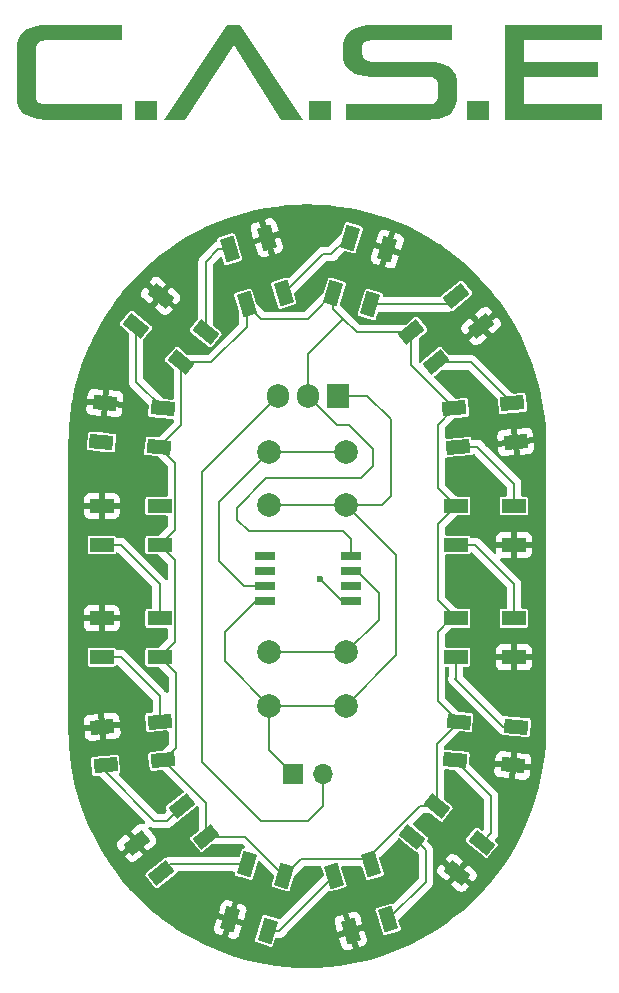
<source format=gbr>
%TF.GenerationSoftware,KiCad,Pcbnew,8.0.2*%
%TF.CreationDate,2024-06-06T14:13:48+02:00*%
%TF.ProjectId,nollbricka24,6e6f6c6c-6272-4696-936b-6132342e6b69,rev?*%
%TF.SameCoordinates,Original*%
%TF.FileFunction,Copper,L1,Top*%
%TF.FilePolarity,Positive*%
%FSLAX46Y46*%
G04 Gerber Fmt 4.6, Leading zero omitted, Abs format (unit mm)*
G04 Created by KiCad (PCBNEW 8.0.2) date 2024-06-06 14:13:48*
%MOMM*%
%LPD*%
G01*
G04 APERTURE LIST*
G04 Aperture macros list*
%AMRotRect*
0 Rectangle, with rotation*
0 The origin of the aperture is its center*
0 $1 length*
0 $2 width*
0 $3 Rotation angle, in degrees counterclockwise*
0 Add horizontal line*
21,1,$1,$2,0,0,$3*%
G04 Aperture macros list end*
%ADD10C,0.300000*%
%TA.AperFunction,NonConductor*%
%ADD11C,0.300000*%
%TD*%
%TA.AperFunction,SMDPad,CuDef*%
%ADD12R,1.700000X0.650000*%
%TD*%
%TA.AperFunction,ComponentPad*%
%ADD13C,2.000000*%
%TD*%
%TA.AperFunction,SMDPad,CuDef*%
%ADD14RotRect,2.000000X1.200000X5.000000*%
%TD*%
%TA.AperFunction,SMDPad,CuDef*%
%ADD15RotRect,2.000000X1.200000X219.000000*%
%TD*%
%TA.AperFunction,SMDPad,CuDef*%
%ADD16RotRect,2.000000X1.200000X39.000000*%
%TD*%
%TA.AperFunction,SMDPad,CuDef*%
%ADD17RotRect,2.000000X1.200000X107.000000*%
%TD*%
%TA.AperFunction,SMDPad,CuDef*%
%ADD18RotRect,2.000000X1.200000X355.000000*%
%TD*%
%TA.AperFunction,SMDPad,CuDef*%
%ADD19R,2.000000X1.200000*%
%TD*%
%TA.AperFunction,SMDPad,CuDef*%
%ADD20RotRect,2.000000X1.200000X73.000000*%
%TD*%
%TA.AperFunction,SMDPad,CuDef*%
%ADD21RotRect,2.000000X1.200000X321.000000*%
%TD*%
%TA.AperFunction,SMDPad,CuDef*%
%ADD22RotRect,2.000000X1.200000X253.000000*%
%TD*%
%TA.AperFunction,SMDPad,CuDef*%
%ADD23RotRect,2.000000X1.200000X185.000000*%
%TD*%
%TA.AperFunction,SMDPad,CuDef*%
%ADD24RotRect,2.000000X1.200000X287.000000*%
%TD*%
%TA.AperFunction,SMDPad,CuDef*%
%ADD25RotRect,2.000000X1.200000X141.000000*%
%TD*%
%TA.AperFunction,SMDPad,CuDef*%
%ADD26RotRect,2.000000X1.200000X175.000000*%
%TD*%
%TA.AperFunction,ComponentPad*%
%ADD27R,1.700000X1.700000*%
%TD*%
%TA.AperFunction,ComponentPad*%
%ADD28O,1.700000X1.700000*%
%TD*%
%TA.AperFunction,ComponentPad*%
%ADD29R,1.905000X2.000000*%
%TD*%
%TA.AperFunction,ComponentPad*%
%ADD30O,1.905000X2.000000*%
%TD*%
%TA.AperFunction,ViaPad*%
%ADD31C,0.600000*%
%TD*%
%TA.AperFunction,Conductor*%
%ADD32C,0.200000*%
%TD*%
G04 APERTURE END LIST*
D10*
D11*
G36*
X84288346Y-34640000D02*
G01*
X84288346Y-33350397D01*
X77873552Y-33350397D01*
X77454950Y-33308693D01*
X77092969Y-33115632D01*
X76952090Y-32726815D01*
X76951291Y-32686057D01*
X76951291Y-28592547D01*
X77051935Y-28214892D01*
X77412118Y-27980979D01*
X77813659Y-27928859D01*
X77873552Y-27928206D01*
X84288346Y-27928206D01*
X84288346Y-26636650D01*
X77873552Y-26636650D01*
X77390616Y-26657693D01*
X76963808Y-26719262D01*
X76478784Y-26860356D01*
X76085730Y-27063801D01*
X75780179Y-27324055D01*
X75514491Y-27720819D01*
X75369830Y-28186867D01*
X75335380Y-28602316D01*
X75335380Y-32674333D01*
X75369830Y-33090344D01*
X75476155Y-33468641D01*
X75716941Y-33880143D01*
X76001313Y-34153578D01*
X76372073Y-34371515D01*
X76833685Y-34528481D01*
X77242203Y-34602901D01*
X77706220Y-34637638D01*
X77873552Y-34640000D01*
X84288346Y-34640000D01*
G37*
G36*
X87238799Y-34640000D02*
G01*
X87238799Y-33059260D01*
X85355198Y-33059260D01*
X85355198Y-34640000D01*
X87238799Y-34640000D01*
G37*
G36*
X99589672Y-34640000D02*
G01*
X94296441Y-26636650D01*
X93143614Y-26636650D01*
X87819120Y-34640000D01*
X89626517Y-34640000D01*
X93725889Y-28348304D01*
X97758827Y-34640000D01*
X99589672Y-34640000D01*
G37*
G36*
X101963712Y-34640000D02*
G01*
X101963712Y-33059260D01*
X100080111Y-33059260D01*
X100080111Y-34640000D01*
X101963712Y-34640000D01*
G37*
G36*
X110133147Y-34640000D02*
G01*
X110616083Y-34619002D01*
X111042891Y-34557542D01*
X111527914Y-34416627D01*
X111920969Y-34213316D01*
X112226519Y-33953058D01*
X112492208Y-33555956D01*
X112636869Y-33089035D01*
X112671318Y-32672379D01*
X112671318Y-31693454D01*
X112636869Y-31276714D01*
X112530543Y-30897711D01*
X112289758Y-30485393D01*
X112005385Y-30211387D01*
X111634625Y-29992977D01*
X111173013Y-29835658D01*
X110764495Y-29761065D01*
X110300478Y-29726247D01*
X110133147Y-29723879D01*
X105496441Y-29723879D01*
X105077534Y-29682541D01*
X104714609Y-29491180D01*
X104573030Y-29105798D01*
X104572226Y-29065401D01*
X104572226Y-28586685D01*
X104693092Y-28185997D01*
X105034630Y-27980515D01*
X105436543Y-27928853D01*
X105496441Y-27928206D01*
X112233635Y-27928206D01*
X112233635Y-26636650D01*
X105496441Y-26636650D01*
X105013505Y-26657689D01*
X104586697Y-26719236D01*
X104101673Y-26860237D01*
X103708619Y-27063474D01*
X103403068Y-27323360D01*
X103137380Y-27719368D01*
X102992719Y-28184249D01*
X102958269Y-28598408D01*
X102958269Y-29053677D01*
X102992719Y-29467753D01*
X103099044Y-29844596D01*
X103339830Y-30254852D01*
X103624202Y-30527664D01*
X103994962Y-30745236D01*
X104456574Y-30902025D01*
X104865092Y-30976395D01*
X105329109Y-31011120D01*
X105496441Y-31013482D01*
X110133147Y-31013482D01*
X110550924Y-31055797D01*
X110913155Y-31250744D01*
X111054603Y-31640961D01*
X111055408Y-31681730D01*
X111055408Y-32682149D01*
X110954763Y-33061739D01*
X110594581Y-33297205D01*
X110193039Y-33349739D01*
X110133147Y-33350397D01*
X103216189Y-33350397D01*
X103216189Y-34640000D01*
X110133147Y-34640000D01*
G37*
G36*
X115328681Y-34640000D02*
G01*
X115328681Y-33059260D01*
X113445080Y-33059260D01*
X113445080Y-34640000D01*
X115328681Y-34640000D01*
G37*
G36*
X124924494Y-34640000D02*
G01*
X124924494Y-33350397D01*
X118306489Y-33350397D01*
X118306489Y-31054515D01*
X124588415Y-31054515D01*
X124588415Y-29762958D01*
X118306489Y-29762958D01*
X118306489Y-27928206D01*
X124924494Y-27928206D01*
X124924494Y-26636650D01*
X116690579Y-26636650D01*
X116690579Y-34640000D01*
X124924494Y-34640000D01*
G37*
D12*
%TO.P,U1,1,~{RESET}/PB5*%
%TO.N,unconnected-(U1-~{RESET}{slash}PB5-Pad1)*%
X96350000Y-71595000D03*
%TO.P,U1,2,XTAL1/PB3*%
%TO.N,unconnected-(U1-XTAL1{slash}PB3-Pad2)*%
X96350000Y-72865000D03*
%TO.P,U1,3,XTAL2/PB4*%
%TO.N,Net-(U1-XTAL2{slash}PB4)*%
X96350000Y-74135000D03*
%TO.P,U1,4,GND*%
%TO.N,GND*%
X96350000Y-75405000D03*
%TO.P,U1,5,AREF/PB0*%
%TO.N,Net-(U1-AREF{slash}PB0)*%
X103650000Y-75405000D03*
%TO.P,U1,6,PB1*%
%TO.N,unconnected-(U1-PB1-Pad6)*%
X103650000Y-74135000D03*
%TO.P,U1,7,PB2*%
%TO.N,Net-(U1-PB2)*%
X103650000Y-72865000D03*
%TO.P,U1,8,VCC*%
%TO.N,Net-(D1-VDD)*%
X103650000Y-71595000D03*
%TD*%
D13*
%TO.P,SW2,1,1*%
%TO.N,Net-(U1-PB2)*%
X96750000Y-79750000D03*
X103250000Y-79750000D03*
%TO.P,SW2,2,2*%
%TO.N,GND*%
X96750000Y-84250000D03*
X103250000Y-84250000D03*
%TD*%
D14*
%TO.P,D6,1,VDD*%
%TO.N,Net-(D1-VDD)*%
X112415516Y-59069810D03*
%TO.P,D6,2,DOUT*%
%TO.N,Net-(D6-DOUT)*%
X112703130Y-62357253D03*
%TO.P,D6,3,VSS*%
%TO.N,GND*%
X117584484Y-61930190D03*
%TO.P,D6,4,DIN*%
%TO.N,Net-(D5-DOUT)*%
X117296870Y-58642747D03*
%TD*%
D15*
%TO.P,D13,1,VDD*%
%TO.N,Net-(D1-VDD)*%
X91399621Y-95335690D03*
%TO.P,D13,2,DOUT*%
%TO.N,Net-(D13-DOUT)*%
X89322864Y-92771108D03*
%TO.P,D13,3,VSS*%
%TO.N,GND*%
X85514849Y-95854778D03*
%TO.P,D13,4,DIN*%
%TO.N,Net-(D12-DOUT)*%
X87591606Y-98419360D03*
%TD*%
D16*
%TO.P,D5,1,VDD*%
%TO.N,Net-(D1-VDD)*%
X108771883Y-52627075D03*
%TO.P,D5,2,DOUT*%
%TO.N,Net-(D5-DOUT)*%
X110848640Y-55191657D03*
%TO.P,D5,3,VSS*%
%TO.N,GND*%
X114656655Y-52107987D03*
%TO.P,D5,4,DIN*%
%TO.N,Net-(D4-DOUT)*%
X112579898Y-49543405D03*
%TD*%
D17*
%TO.P,D3,1,VDD*%
%TO.N,Net-(D1-VDD)*%
X94809911Y-50288125D03*
%TO.P,D3,2,DOUT*%
%TO.N,Net-(D3-DOUT)*%
X97965718Y-49323298D03*
%TO.P,D3,3,VSS*%
%TO.N,GND*%
X96533097Y-44637405D03*
%TO.P,D3,4,DIN*%
%TO.N,Net-(D2-DOUT)*%
X93377290Y-45602232D03*
%TD*%
D18*
%TO.P,D9,1,VDD*%
%TO.N,Net-(D1-VDD)*%
X112760475Y-85605512D03*
%TO.P,D9,2,DOUT*%
%TO.N,Net-(D10-DIN)*%
X112472861Y-88892955D03*
%TO.P,D9,3,VSS*%
%TO.N,GND*%
X117354215Y-89320018D03*
%TO.P,D9,4,DIN*%
%TO.N,Net-(D8-DOUT)*%
X117641829Y-86032575D03*
%TD*%
D13*
%TO.P,SW1,1,1*%
%TO.N,Net-(U1-XTAL2{slash}PB4)*%
X96750000Y-62750000D03*
X103250000Y-62750000D03*
%TO.P,SW1,2,2*%
%TO.N,GND*%
X96750000Y-67250000D03*
X103250000Y-67250000D03*
%TD*%
D19*
%TO.P,D7,1,VDD*%
%TO.N,Net-(D1-VDD)*%
X112550000Y-67350000D03*
%TO.P,D7,2,DOUT*%
%TO.N,Net-(D7-DOUT)*%
X112550000Y-70650000D03*
%TO.P,D7,3,VSS*%
%TO.N,GND*%
X117450000Y-70650000D03*
%TO.P,D7,4,DIN*%
%TO.N,Net-(D6-DOUT)*%
X117450000Y-67350000D03*
%TD*%
D20*
%TO.P,D4,1,VDD*%
%TO.N,Net-(D1-VDD)*%
X102148441Y-49323298D03*
%TO.P,D4,2,DOUT*%
%TO.N,Net-(D4-DOUT)*%
X105304248Y-50288125D03*
%TO.P,D4,3,VSS*%
%TO.N,GND*%
X106736869Y-45602232D03*
%TO.P,D4,4,DIN*%
%TO.N,Net-(D3-DOUT)*%
X103581062Y-44637405D03*
%TD*%
D19*
%TO.P,D16,1,VDD*%
%TO.N,Net-(D1-VDD)*%
X87450000Y-70650000D03*
%TO.P,D16,2,DOUT*%
%TO.N,unconnected-(D16-DOUT-Pad2)*%
X87450000Y-67350000D03*
%TO.P,D16,3,VSS*%
%TO.N,GND*%
X82550000Y-67350000D03*
%TO.P,D16,4,DIN*%
%TO.N,Net-(D15-DOUT)*%
X82550000Y-70650000D03*
%TD*%
D21*
%TO.P,D10,1,VDD*%
%TO.N,Net-(D1-VDD)*%
X110905985Y-92771108D03*
%TO.P,D10,2,DOUT*%
%TO.N,Net-(D10-DOUT)*%
X108829228Y-95335690D03*
%TO.P,D10,3,VSS*%
%TO.N,GND*%
X112637243Y-98419360D03*
%TO.P,D10,4,DIN*%
%TO.N,Net-(D10-DIN)*%
X114714000Y-95854778D03*
%TD*%
D22*
%TO.P,D12,1,VDD*%
%TO.N,Net-(D1-VDD)*%
X98023063Y-98639467D03*
%TO.P,D12,2,DOUT*%
%TO.N,Net-(D12-DOUT)*%
X94867256Y-97674640D03*
%TO.P,D12,3,VSS*%
%TO.N,GND*%
X93434635Y-102360533D03*
%TO.P,D12,4,DIN*%
%TO.N,Net-(D11-DOUT)*%
X96590442Y-103325360D03*
%TD*%
D23*
%TO.P,D14,1,VDD*%
%TO.N,Net-(D1-VDD)*%
X87755988Y-88892955D03*
%TO.P,D14,2,DOUT*%
%TO.N,Net-(D14-DOUT)*%
X87468374Y-85605512D03*
%TO.P,D14,3,VSS*%
%TO.N,GND*%
X82587020Y-86032575D03*
%TO.P,D14,4,DIN*%
%TO.N,Net-(D13-DOUT)*%
X82874634Y-89320018D03*
%TD*%
D19*
%TO.P,D8,1,VDD*%
%TO.N,Net-(D1-VDD)*%
X112550000Y-76850000D03*
%TO.P,D8,2,DOUT*%
%TO.N,Net-(D8-DOUT)*%
X112550000Y-80150000D03*
%TO.P,D8,3,VSS*%
%TO.N,GND*%
X117450000Y-80150000D03*
%TO.P,D8,4,DIN*%
%TO.N,Net-(D7-DOUT)*%
X117450000Y-76850000D03*
%TD*%
D24*
%TO.P,D11,1,VDD*%
%TO.N,Net-(D1-VDD)*%
X105361593Y-97674640D03*
%TO.P,D11,2,DOUT*%
%TO.N,Net-(D11-DOUT)*%
X102205786Y-98639467D03*
%TO.P,D11,3,VSS*%
%TO.N,GND*%
X103638407Y-103325360D03*
%TO.P,D11,4,DIN*%
%TO.N,Net-(D10-DOUT)*%
X106794214Y-102360533D03*
%TD*%
D19*
%TO.P,D15,1,VDD*%
%TO.N,Net-(D1-VDD)*%
X87450000Y-80150000D03*
%TO.P,D15,2,DOUT*%
%TO.N,Net-(D15-DOUT)*%
X87450000Y-76850000D03*
%TO.P,D15,3,VSS*%
%TO.N,GND*%
X82550000Y-76850000D03*
%TO.P,D15,4,DIN*%
%TO.N,Net-(D14-DOUT)*%
X82550000Y-80150000D03*
%TD*%
D25*
%TO.P,D2,1,VDD*%
%TO.N,Net-(D1-VDD)*%
X89265519Y-55191657D03*
%TO.P,D2,2,DOUT*%
%TO.N,Net-(D2-DOUT)*%
X91342276Y-52627075D03*
%TO.P,D2,3,VSS*%
%TO.N,GND*%
X87534261Y-49543405D03*
%TO.P,D2,4,DIN*%
%TO.N,Net-(D1-DOUT)*%
X85457504Y-52107987D03*
%TD*%
D26*
%TO.P,D1,1,VDD*%
%TO.N,Net-(D1-VDD)*%
X87411029Y-62357253D03*
%TO.P,D1,2,DOUT*%
%TO.N,Net-(D1-DOUT)*%
X87698643Y-59069810D03*
%TO.P,D1,3,VSS*%
%TO.N,GND*%
X82817289Y-58642747D03*
%TO.P,D1,4,DIN*%
%TO.N,Net-(D1-DIN)*%
X82529675Y-61930190D03*
%TD*%
D27*
%TO.P,J1,1,Pin_1*%
%TO.N,GND*%
X98725000Y-90000000D03*
D28*
%TO.P,J1,2,Pin_2*%
%TO.N,Net-(J1-Pin_2)*%
X101265000Y-90000000D03*
%TD*%
D29*
%TO.P,VR1,1,GND*%
%TO.N,GND*%
X102540000Y-58000000D03*
D30*
%TO.P,VR1,2,Vout*%
%TO.N,Net-(D1-VDD)*%
X100000000Y-58000000D03*
%TO.P,VR1,3,Vin*%
%TO.N,Net-(J1-Pin_2)*%
X97460000Y-58000000D03*
%TD*%
D31*
%TO.N,Net-(D1-DIN)*%
X82529675Y-61930190D03*
%TO.N,GND*%
X88500000Y-95500000D03*
%TO.N,Net-(U1-AREF{slash}PB0)*%
X101000000Y-73500000D03*
%TD*%
D32*
%TO.N,Net-(D1-VDD)*%
X88750000Y-78850000D02*
X87450000Y-80150000D01*
X108771883Y-52627075D02*
X104127075Y-52627075D01*
X104127075Y-52627075D02*
X103000000Y-51500000D01*
X88750000Y-63696224D02*
X88750000Y-69350000D01*
X111000000Y-65800000D02*
X112550000Y-67350000D01*
X94809911Y-52190089D02*
X94809911Y-50288125D01*
X103500000Y-60500000D02*
X105500000Y-62500000D01*
X111000000Y-83845037D02*
X112760475Y-85605512D01*
X94000000Y-68500000D02*
X95000000Y-69500000D01*
X100500000Y-51000000D02*
X100000000Y-51500000D01*
X102148442Y-49323298D02*
X100500000Y-50971740D01*
X109474382Y-92771108D02*
X105361593Y-96883897D01*
X88750000Y-69350000D02*
X87450000Y-70650000D01*
X104500000Y-65000000D02*
X96500000Y-65000000D01*
X110905985Y-92771108D02*
X109474382Y-92771108D01*
X104894692Y-97207739D02*
X99454790Y-97207739D01*
X112150000Y-76850000D02*
X111000000Y-78000000D01*
X94000000Y-67500000D02*
X94000000Y-68500000D01*
X100000000Y-58000000D02*
X102500000Y-60500000D01*
X89265519Y-55191657D02*
X91808343Y-55191657D01*
X111000000Y-75300000D02*
X112550000Y-76850000D01*
X112760475Y-85605512D02*
X110905985Y-87460002D01*
X103650000Y-70150000D02*
X103650000Y-71595000D01*
X103000000Y-51500000D02*
X102148442Y-50648442D01*
X96021786Y-51500000D02*
X94809911Y-50288125D01*
X91808343Y-55191657D02*
X94809911Y-52190089D01*
X111000000Y-78000000D02*
X111000000Y-83845037D01*
X87411029Y-62357253D02*
X89265519Y-60502763D01*
X98023062Y-98639467D02*
X94719285Y-95335690D01*
X100000000Y-54500000D02*
X100000000Y-58000000D01*
X111000000Y-68900000D02*
X111000000Y-75300000D01*
X99454790Y-97207739D02*
X98023062Y-98639467D01*
X102500000Y-60500000D02*
X103500000Y-60500000D01*
X95000000Y-69500000D02*
X103000000Y-69500000D01*
X105500000Y-64000000D02*
X104500000Y-65000000D01*
X100000000Y-51500000D02*
X96021786Y-51500000D01*
X105500000Y-62500000D02*
X105500000Y-64000000D01*
X110905985Y-87460002D02*
X110905985Y-92771108D01*
X88816862Y-81516862D02*
X87450000Y-80150000D01*
X108771883Y-55426177D02*
X112415516Y-59069810D01*
X87411029Y-62357253D02*
X88750000Y-63696224D01*
X89265519Y-60502763D02*
X89265519Y-55191657D01*
X87450000Y-70650000D02*
X88750000Y-71950000D01*
X96500000Y-65000000D02*
X94000000Y-67500000D01*
X112550000Y-67350000D02*
X111000000Y-68900000D01*
X103000000Y-51500000D02*
X100000000Y-54500000D01*
X112550000Y-76850000D02*
X112150000Y-76850000D01*
X94719285Y-95335690D02*
X91399621Y-95335690D01*
X100500000Y-50971740D02*
X100500000Y-51000000D01*
X88750000Y-71950000D02*
X88750000Y-78850000D01*
X91399621Y-92536588D02*
X87755988Y-88892955D01*
X91399621Y-95335690D02*
X91399621Y-92536588D01*
X102148442Y-50648442D02*
X102148442Y-49323298D01*
X87755988Y-88892955D02*
X88816862Y-87832081D01*
X88816862Y-87832081D02*
X88816862Y-81516862D01*
X111000000Y-60485326D02*
X111000000Y-65800000D01*
X108771883Y-52627075D02*
X108771883Y-55426177D01*
X105361593Y-97674640D02*
X104894692Y-97207739D01*
X112415516Y-59069810D02*
X111000000Y-60485326D01*
X103000000Y-69500000D02*
X103650000Y-70150000D01*
X105361593Y-96883897D02*
X105361593Y-97674640D01*
%TO.N,Net-(D1-DOUT)*%
X85457504Y-56828671D02*
X85457504Y-52107987D01*
X87698643Y-59069810D02*
X85457504Y-56828671D01*
%TO.N,GND*%
X96350000Y-75405000D02*
X95595000Y-75405000D01*
X106250000Y-67250000D02*
X107000000Y-66500000D01*
X103250000Y-67250000D02*
X106250000Y-67250000D01*
X102540000Y-58000000D02*
X105000000Y-58000000D01*
X96750000Y-84250000D02*
X103250000Y-84250000D01*
X107000000Y-60000000D02*
X107000000Y-66500000D01*
X95595000Y-75405000D02*
X93000000Y-78000000D01*
X96750000Y-84250000D02*
X96750000Y-88025000D01*
X103250000Y-67250000D02*
X107500000Y-71500000D01*
X93000000Y-78000000D02*
X93000000Y-80500000D01*
X96750000Y-67250000D02*
X103250000Y-67250000D01*
X107500000Y-80000000D02*
X107500000Y-71500000D01*
X103250000Y-84250000D02*
X107500000Y-80000000D01*
X105000000Y-58000000D02*
X107000000Y-60000000D01*
X96750000Y-88025000D02*
X98725000Y-90000000D01*
X96750000Y-84250000D02*
X93000000Y-80500000D01*
%TO.N,Net-(D2-DOUT)*%
X91342276Y-46657724D02*
X92397768Y-45602232D01*
X92397768Y-45602232D02*
X93377291Y-45602232D01*
X91342276Y-52627075D02*
X91342276Y-46657724D01*
%TO.N,Net-(D3-DOUT)*%
X101289015Y-46000000D02*
X97965717Y-49323298D01*
X102000000Y-46000000D02*
X101289015Y-46000000D01*
X103581062Y-44637405D02*
X103362595Y-44637405D01*
X103362595Y-44637405D02*
X102000000Y-46000000D01*
%TO.N,Net-(D4-DOUT)*%
X105304248Y-50288125D02*
X111835178Y-50288125D01*
X111835178Y-50288125D02*
X112579898Y-49543405D01*
%TO.N,Net-(D5-DOUT)*%
X113845780Y-55191657D02*
X117296870Y-58642747D01*
X110848640Y-55191657D02*
X113845780Y-55191657D01*
%TO.N,Net-(D6-DOUT)*%
X112703130Y-62357253D02*
X114357253Y-62357253D01*
X117450000Y-65450000D02*
X117450000Y-67350000D01*
X114357253Y-62357253D02*
X117450000Y-65450000D01*
%TO.N,Net-(D7-DOUT)*%
X114150000Y-70650000D02*
X117450000Y-73950000D01*
X117450000Y-73950000D02*
X117450000Y-76850000D01*
X112550000Y-70650000D02*
X114150000Y-70650000D01*
%TO.N,Net-(D8-DOUT)*%
X112550000Y-80150000D02*
X112550000Y-81950000D01*
X112550000Y-81950000D02*
X112500000Y-82000000D01*
X116532575Y-86032575D02*
X117641829Y-86032575D01*
X112500000Y-82000000D02*
X116532575Y-86032575D01*
%TO.N,Net-(D10-DIN)*%
X112472861Y-88892955D02*
X115500000Y-91920094D01*
X115500000Y-95068778D02*
X114714000Y-95854778D01*
X115500000Y-91920094D02*
X115500000Y-95068778D01*
%TO.N,Net-(D10-DOUT)*%
X110000000Y-99154746D02*
X110000000Y-96506462D01*
X106794213Y-102360533D02*
X110000000Y-99154746D01*
X110000000Y-96506462D02*
X108829228Y-95335690D01*
%TO.N,Net-(D11-DOUT)*%
X97519894Y-103325360D02*
X96590442Y-103325360D01*
X102205787Y-98639467D02*
X97519894Y-103325360D01*
%TO.N,Net-(D12-DOUT)*%
X88336326Y-97674640D02*
X87591606Y-98419360D01*
X94867256Y-97674640D02*
X88336326Y-97674640D01*
%TO.N,Net-(D13-DOUT)*%
X82874634Y-89874634D02*
X82874634Y-89320018D01*
X87000000Y-94000000D02*
X82874634Y-89874634D01*
X88093972Y-94000000D02*
X87000000Y-94000000D01*
X89322864Y-92771108D02*
X88093972Y-94000000D01*
%TO.N,Net-(D14-DOUT)*%
X87468374Y-83468374D02*
X84150000Y-80150000D01*
X84150000Y-80150000D02*
X82550000Y-80150000D01*
X87468374Y-85605512D02*
X87468374Y-83468374D01*
%TO.N,Net-(D15-DOUT)*%
X84150000Y-70650000D02*
X87450000Y-73950000D01*
X82550000Y-70650000D02*
X84150000Y-70650000D01*
X87450000Y-73950000D02*
X87450000Y-76850000D01*
%TO.N,Net-(J1-Pin_2)*%
X96000000Y-94000000D02*
X91000000Y-89000000D01*
X91000000Y-89000000D02*
X91000000Y-64460000D01*
X101265000Y-90000000D02*
X101265000Y-92735000D01*
X91000000Y-64460000D02*
X97460000Y-58000000D01*
X100000000Y-94000000D02*
X96000000Y-94000000D01*
X101265000Y-92735000D02*
X100000000Y-94000000D01*
%TO.N,Net-(U1-AREF{slash}PB0)*%
X102905000Y-75405000D02*
X101000000Y-73500000D01*
X103650000Y-75405000D02*
X102905000Y-75405000D01*
%TO.N,Net-(U1-XTAL2{slash}PB4)*%
X92500000Y-72000000D02*
X94635000Y-74135000D01*
X94635000Y-74135000D02*
X96350000Y-74135000D01*
X96750000Y-62750000D02*
X103250000Y-62750000D01*
X96750000Y-62750000D02*
X92500000Y-67000000D01*
X92500000Y-67000000D02*
X92500000Y-72000000D01*
%TO.N,Net-(U1-PB2)*%
X103250000Y-79750000D02*
X106000000Y-77000000D01*
X96750000Y-79750000D02*
X103250000Y-79750000D01*
X106000000Y-77000000D02*
X106000000Y-74690000D01*
X106000000Y-74690000D02*
X104175000Y-72865000D01*
X104175000Y-72865000D02*
X103650000Y-72865000D01*
%TD*%
%TA.AperFunction,Conductor*%
%TO.N,GND*%
G36*
X100845963Y-41839540D02*
G01*
X100848192Y-41839590D01*
X100853762Y-41839836D01*
X101741069Y-41898814D01*
X101746584Y-41899304D01*
X102630424Y-41997474D01*
X102635876Y-41998202D01*
X103514507Y-42135372D01*
X103519984Y-42136352D01*
X103955808Y-42224297D01*
X104391628Y-42312241D01*
X104397067Y-42313464D01*
X104618295Y-42368391D01*
X105260121Y-42527746D01*
X105265469Y-42529200D01*
X106118193Y-42781447D01*
X106123452Y-42783130D01*
X106769232Y-43005667D01*
X106964184Y-43072848D01*
X106969413Y-43074780D01*
X107796498Y-43401400D01*
X107801636Y-43403562D01*
X107856688Y-43428170D01*
X108613458Y-43766443D01*
X108618443Y-43768805D01*
X109413450Y-44167257D01*
X109418359Y-44169855D01*
X110194952Y-44603076D01*
X110199740Y-44605887D01*
X110956398Y-45073030D01*
X110961056Y-45076050D01*
X111149523Y-45204254D01*
X111696319Y-45576210D01*
X111700857Y-45579447D01*
X111914304Y-45738896D01*
X112413240Y-46111612D01*
X112417609Y-46115028D01*
X113065699Y-46645405D01*
X113105789Y-46678213D01*
X113110016Y-46681831D01*
X113726877Y-47233969D01*
X113772608Y-47274901D01*
X113776678Y-47278710D01*
X114412362Y-47900484D01*
X114416261Y-47904470D01*
X114612385Y-48114063D01*
X114994555Y-48522479D01*
X115023833Y-48553767D01*
X115027547Y-48557917D01*
X115605823Y-49233477D01*
X115609323Y-49237754D01*
X115971970Y-49701451D01*
X116157129Y-49938204D01*
X116160466Y-49942670D01*
X116676764Y-50666681D01*
X116679899Y-50671290D01*
X117121122Y-51351813D01*
X117163651Y-51417407D01*
X117166578Y-51422148D01*
X117264614Y-51589095D01*
X117616857Y-52188938D01*
X117619573Y-52193807D01*
X118035506Y-52979789D01*
X118038003Y-52984772D01*
X118418745Y-53788346D01*
X118421020Y-53793436D01*
X118765845Y-54613064D01*
X118767893Y-54618249D01*
X119076134Y-55452352D01*
X119077950Y-55457622D01*
X119348987Y-56304519D01*
X119350569Y-56309865D01*
X119583889Y-57167958D01*
X119585232Y-57173369D01*
X119740452Y-57863480D01*
X119780358Y-58040900D01*
X119781461Y-58046364D01*
X119938026Y-58921705D01*
X119938886Y-58927213D01*
X120056580Y-59808626D01*
X120057195Y-59814167D01*
X120135784Y-60699897D01*
X120136154Y-60705460D01*
X120175503Y-61594178D01*
X120175624Y-61599054D01*
X120178083Y-62043643D01*
X120178085Y-62044340D01*
X120178085Y-86256628D01*
X120178083Y-86257325D01*
X120175624Y-86701914D01*
X120175503Y-86706790D01*
X120136154Y-87595508D01*
X120135784Y-87601071D01*
X120057195Y-88486801D01*
X120056580Y-88492342D01*
X119938886Y-89373755D01*
X119938026Y-89379263D01*
X119781461Y-90254604D01*
X119780358Y-90260068D01*
X119585232Y-91127599D01*
X119583889Y-91133010D01*
X119350569Y-91991103D01*
X119348987Y-91996449D01*
X119077950Y-92843346D01*
X119076134Y-92848616D01*
X118767893Y-93682719D01*
X118765845Y-93687904D01*
X118421020Y-94507532D01*
X118418745Y-94512622D01*
X118038003Y-95316196D01*
X118035506Y-95321179D01*
X117619573Y-96107161D01*
X117616857Y-96112030D01*
X117166580Y-96878817D01*
X117163651Y-96883561D01*
X116679899Y-97629678D01*
X116676764Y-97634287D01*
X116160466Y-98358298D01*
X116157129Y-98362764D01*
X115609338Y-99063196D01*
X115605808Y-99067510D01*
X115027551Y-99743047D01*
X115023833Y-99747201D01*
X114416261Y-100396498D01*
X114412362Y-100400484D01*
X113776678Y-101022258D01*
X113772608Y-101026067D01*
X113110024Y-101619130D01*
X113105789Y-101622755D01*
X112417620Y-102185931D01*
X112413228Y-102189365D01*
X111700857Y-102721521D01*
X111696319Y-102724758D01*
X110961065Y-103224912D01*
X110956387Y-103227945D01*
X110199749Y-103695075D01*
X110194942Y-103697898D01*
X109418359Y-104131113D01*
X109413432Y-104133720D01*
X108618479Y-104532146D01*
X108613440Y-104534533D01*
X107801636Y-104897406D01*
X107796498Y-104899568D01*
X106969413Y-105226188D01*
X106964184Y-105228120D01*
X106123477Y-105517830D01*
X106118167Y-105519529D01*
X105265485Y-105771763D01*
X105260106Y-105773226D01*
X104397067Y-105987504D01*
X104391628Y-105988727D01*
X103519989Y-106164615D01*
X103514501Y-106165597D01*
X102635916Y-106302760D01*
X102630390Y-106303498D01*
X101746600Y-106401662D01*
X101741048Y-106402155D01*
X100853762Y-106461132D01*
X100848192Y-106461378D01*
X99959199Y-106481050D01*
X99953625Y-106481050D01*
X99064631Y-106461378D01*
X99059061Y-106461132D01*
X98171775Y-106402155D01*
X98166223Y-106401662D01*
X97282433Y-106303498D01*
X97276907Y-106302760D01*
X96398322Y-106165597D01*
X96392834Y-106164615D01*
X95521195Y-105988727D01*
X95515756Y-105987504D01*
X94652717Y-105773226D01*
X94647338Y-105771763D01*
X93794656Y-105519529D01*
X93789346Y-105517830D01*
X92948639Y-105228120D01*
X92943410Y-105226188D01*
X92116325Y-104899568D01*
X92111187Y-104897406D01*
X91299383Y-104534533D01*
X91294361Y-104532154D01*
X90499390Y-104133719D01*
X90494464Y-104131113D01*
X90038764Y-103876902D01*
X93236639Y-103876902D01*
X93236639Y-103876903D01*
X93613978Y-103992267D01*
X93613989Y-103992270D01*
X93673751Y-104003738D01*
X93819562Y-103994937D01*
X93819564Y-103994936D01*
X93956988Y-103945410D01*
X93956990Y-103945409D01*
X94074897Y-103859173D01*
X94163732Y-103743209D01*
X94187643Y-103687252D01*
X94187646Y-103687243D01*
X94419958Y-102927382D01*
X94419958Y-102927381D01*
X93603274Y-102677695D01*
X93236639Y-103876902D01*
X90038764Y-103876902D01*
X89717881Y-103697898D01*
X89713074Y-103695075D01*
X88956436Y-103227945D01*
X88951758Y-103224912D01*
X88766837Y-103099120D01*
X92057002Y-103099120D01*
X92065803Y-103244931D01*
X92065804Y-103244933D01*
X92115330Y-103382357D01*
X92115331Y-103382359D01*
X92201568Y-103500266D01*
X92317526Y-103589098D01*
X92317530Y-103589100D01*
X92373500Y-103613015D01*
X92750836Y-103728378D01*
X93117471Y-102529172D01*
X93117471Y-102529171D01*
X92300786Y-102279485D01*
X92068473Y-103039347D01*
X92068470Y-103039358D01*
X92057002Y-103099120D01*
X88766837Y-103099120D01*
X88216504Y-102724758D01*
X88211966Y-102721521D01*
X87502978Y-102191892D01*
X93751797Y-102191892D01*
X93751797Y-102191893D01*
X94568482Y-102441579D01*
X94800796Y-101681718D01*
X94800799Y-101681707D01*
X94812267Y-101621945D01*
X94803466Y-101476134D01*
X94803465Y-101476132D01*
X94753939Y-101338708D01*
X94753938Y-101338706D01*
X94667701Y-101220799D01*
X94551743Y-101131967D01*
X94551739Y-101131965D01*
X94495769Y-101108050D01*
X94118433Y-100992686D01*
X94118431Y-100992687D01*
X93751797Y-102191892D01*
X87502978Y-102191892D01*
X87499595Y-102189365D01*
X87495203Y-102185931D01*
X87494830Y-102185626D01*
X87015896Y-101793681D01*
X92449310Y-101793681D01*
X92449311Y-101793683D01*
X93265994Y-102043369D01*
X93632629Y-100844162D01*
X93255291Y-100728798D01*
X93255280Y-100728795D01*
X93195518Y-100717327D01*
X93049707Y-100726128D01*
X93049705Y-100726129D01*
X92912281Y-100775655D01*
X92912279Y-100775656D01*
X92794372Y-100861892D01*
X92705537Y-100977856D01*
X92681626Y-101033813D01*
X92681623Y-101033822D01*
X92449310Y-101793681D01*
X87015896Y-101793681D01*
X86807030Y-101622751D01*
X86802799Y-101619130D01*
X86140210Y-101026062D01*
X86136145Y-101022258D01*
X86105912Y-100992687D01*
X85500461Y-100400484D01*
X85496562Y-100396498D01*
X85069711Y-99940333D01*
X84888983Y-99747193D01*
X84885272Y-99743047D01*
X84306996Y-99067487D01*
X84303504Y-99063219D01*
X83755693Y-98362762D01*
X83752357Y-98358298D01*
X83751287Y-98356798D01*
X83236055Y-97634281D01*
X83232924Y-97629678D01*
X82825435Y-97001186D01*
X84502760Y-97001186D01*
X84502760Y-97001189D01*
X84751075Y-97307832D01*
X84751078Y-97307836D01*
X84794216Y-97350768D01*
X84920024Y-97425009D01*
X85061648Y-97460797D01*
X85207620Y-97455237D01*
X85346112Y-97408776D01*
X85346113Y-97408775D01*
X85397234Y-97375751D01*
X86014740Y-96875704D01*
X86014740Y-96875702D01*
X85477302Y-96212020D01*
X85477300Y-96212020D01*
X84502760Y-97001186D01*
X82825435Y-97001186D01*
X82749162Y-96883546D01*
X82746243Y-96878817D01*
X82738341Y-96865361D01*
X82295961Y-96112022D01*
X82293250Y-96107161D01*
X82217577Y-95964162D01*
X83849699Y-95964162D01*
X83849699Y-95964164D01*
X83855259Y-96110135D01*
X83901720Y-96248629D01*
X83934744Y-96299746D01*
X83934753Y-96299759D01*
X84183063Y-96606396D01*
X84183065Y-96606396D01*
X85157605Y-95817231D01*
X85157605Y-95817229D01*
X84620168Y-95153547D01*
X84620166Y-95153547D01*
X84002664Y-95653590D01*
X84002660Y-95653593D01*
X83959728Y-95696731D01*
X83885487Y-95822539D01*
X83849699Y-95964162D01*
X82217577Y-95964162D01*
X81877317Y-95321179D01*
X81874820Y-95316196D01*
X81494078Y-94512622D01*
X81491803Y-94507532D01*
X81240415Y-93909997D01*
X81146969Y-93687881D01*
X81144939Y-93682742D01*
X80836680Y-92848590D01*
X80834882Y-92843373D01*
X80563829Y-91996426D01*
X80562260Y-91991126D01*
X80328926Y-91132980D01*
X80327598Y-91127630D01*
X80132457Y-90260032D01*
X80131369Y-90254639D01*
X79974795Y-89379256D01*
X79973937Y-89373755D01*
X79964483Y-89302953D01*
X79856240Y-88492315D01*
X79855631Y-88486829D01*
X79777036Y-87601033D01*
X79776671Y-87595546D01*
X79737319Y-86706768D01*
X79737199Y-86701914D01*
X79736726Y-86616441D01*
X79735624Y-86417039D01*
X81106896Y-86417039D01*
X81141288Y-86810129D01*
X81153040Y-86869835D01*
X81215825Y-87001734D01*
X81215826Y-87001736D01*
X81313225Y-87110600D01*
X81313228Y-87110602D01*
X81437347Y-87187614D01*
X81437354Y-87187617D01*
X81578147Y-87226541D01*
X81578151Y-87226542D01*
X81638984Y-87227748D01*
X81638989Y-87227748D01*
X82430553Y-87158495D01*
X82356123Y-86307746D01*
X81106896Y-86417039D01*
X79735624Y-86417039D01*
X79734775Y-86263471D01*
X82862191Y-86263471D01*
X82936621Y-87114219D01*
X83728189Y-87044967D01*
X83787895Y-87033214D01*
X83919794Y-86970429D01*
X83919796Y-86970428D01*
X84028660Y-86873029D01*
X84028662Y-86873026D01*
X84105677Y-86748903D01*
X84105678Y-86748899D01*
X84144602Y-86608107D01*
X84144603Y-86608103D01*
X84145809Y-86547270D01*
X84145809Y-86547265D01*
X84111418Y-86154178D01*
X82862191Y-86263471D01*
X79734775Y-86263471D01*
X79734741Y-86257325D01*
X79734739Y-86256628D01*
X79734739Y-85517879D01*
X81028230Y-85517879D01*
X81028230Y-85517886D01*
X81062620Y-85910970D01*
X82311847Y-85801677D01*
X82237417Y-84950929D01*
X81445850Y-85020183D01*
X81386144Y-85031935D01*
X81254245Y-85094720D01*
X81254243Y-85094721D01*
X81145379Y-85192120D01*
X81145377Y-85192123D01*
X81068362Y-85316246D01*
X81068361Y-85316250D01*
X81029437Y-85457042D01*
X81029436Y-85457046D01*
X81028230Y-85517879D01*
X79734739Y-85517879D01*
X79734739Y-84906653D01*
X82743485Y-84906653D01*
X82817916Y-85757402D01*
X84067142Y-85648109D01*
X84032752Y-85255020D01*
X84020999Y-85195314D01*
X83958214Y-85063415D01*
X83958213Y-85063413D01*
X83860814Y-84954549D01*
X83860811Y-84954547D01*
X83736692Y-84877535D01*
X83736685Y-84877532D01*
X83595892Y-84838608D01*
X83595888Y-84838607D01*
X83535055Y-84837401D01*
X83535048Y-84837401D01*
X82743485Y-84906653D01*
X79734739Y-84906653D01*
X79734739Y-77498597D01*
X81042000Y-77498597D01*
X81048505Y-77559093D01*
X81099555Y-77695964D01*
X81099555Y-77695965D01*
X81187095Y-77812904D01*
X81304034Y-77900444D01*
X81440906Y-77951494D01*
X81501402Y-77957999D01*
X81501415Y-77958000D01*
X82296000Y-77958000D01*
X82804000Y-77958000D01*
X83598585Y-77958000D01*
X83598597Y-77957999D01*
X83659093Y-77951494D01*
X83795964Y-77900444D01*
X83795965Y-77900444D01*
X83912904Y-77812904D01*
X84000444Y-77695965D01*
X84000444Y-77695964D01*
X84051494Y-77559093D01*
X84057999Y-77498597D01*
X84058000Y-77498585D01*
X84058000Y-77104000D01*
X82804000Y-77104000D01*
X82804000Y-77958000D01*
X82296000Y-77958000D01*
X82296000Y-77104000D01*
X81042000Y-77104000D01*
X81042000Y-77498597D01*
X79734739Y-77498597D01*
X79734739Y-76201402D01*
X81042000Y-76201402D01*
X81042000Y-76596000D01*
X82296000Y-76596000D01*
X82804000Y-76596000D01*
X84058000Y-76596000D01*
X84058000Y-76201414D01*
X84057999Y-76201402D01*
X84051494Y-76140906D01*
X84000444Y-76004035D01*
X84000444Y-76004034D01*
X83912904Y-75887095D01*
X83795965Y-75799555D01*
X83659093Y-75748505D01*
X83598597Y-75742000D01*
X82804000Y-75742000D01*
X82804000Y-76596000D01*
X82296000Y-76596000D01*
X82296000Y-75742000D01*
X81501402Y-75742000D01*
X81440906Y-75748505D01*
X81304035Y-75799555D01*
X81304034Y-75799555D01*
X81187095Y-75887095D01*
X81099555Y-76004034D01*
X81099555Y-76004035D01*
X81048505Y-76140906D01*
X81042000Y-76201402D01*
X79734739Y-76201402D01*
X79734739Y-70030249D01*
X81349500Y-70030249D01*
X81349500Y-71269750D01*
X81359241Y-71318722D01*
X81361133Y-71328231D01*
X81405448Y-71394552D01*
X81471769Y-71438867D01*
X81530252Y-71450500D01*
X81530253Y-71450500D01*
X83569747Y-71450500D01*
X83569748Y-71450500D01*
X83628231Y-71438867D01*
X83694552Y-71394552D01*
X83738867Y-71328231D01*
X83738868Y-71328228D01*
X83745220Y-71318722D01*
X83799697Y-71273194D01*
X83870140Y-71264346D01*
X83934184Y-71294988D01*
X83939080Y-71299629D01*
X86804595Y-74165144D01*
X86838621Y-74227456D01*
X86841500Y-74254239D01*
X86841500Y-75923500D01*
X86821498Y-75991621D01*
X86767842Y-76038114D01*
X86715500Y-76049500D01*
X86430249Y-76049500D01*
X86371771Y-76061132D01*
X86371768Y-76061133D01*
X86305448Y-76105448D01*
X86261133Y-76171768D01*
X86261132Y-76171771D01*
X86249500Y-76230249D01*
X86249500Y-76230252D01*
X86249500Y-77469748D01*
X86261133Y-77528231D01*
X86305448Y-77594552D01*
X86371769Y-77638867D01*
X86430252Y-77650500D01*
X88015500Y-77650500D01*
X88083621Y-77670502D01*
X88130114Y-77724158D01*
X88141500Y-77776500D01*
X88141500Y-78545761D01*
X88121498Y-78613882D01*
X88104595Y-78634856D01*
X87426856Y-79312595D01*
X87364544Y-79346621D01*
X87337761Y-79349500D01*
X86430249Y-79349500D01*
X86371771Y-79361132D01*
X86371768Y-79361133D01*
X86305448Y-79405448D01*
X86261133Y-79471768D01*
X86261132Y-79471771D01*
X86249500Y-79530249D01*
X86249500Y-80769750D01*
X86259241Y-80818722D01*
X86261133Y-80828231D01*
X86305448Y-80894552D01*
X86371769Y-80938867D01*
X86430252Y-80950500D01*
X87337761Y-80950500D01*
X87405882Y-80970502D01*
X87426856Y-80987405D01*
X88171457Y-81732006D01*
X88205483Y-81794318D01*
X88208362Y-81821101D01*
X88208362Y-83062832D01*
X88188360Y-83130953D01*
X88134704Y-83177446D01*
X88064430Y-83187550D01*
X87999850Y-83158056D01*
X87973243Y-83125833D01*
X87955295Y-83094746D01*
X87955293Y-83094744D01*
X87923381Y-83062832D01*
X87842002Y-82981453D01*
X86297300Y-81436751D01*
X84523633Y-79663083D01*
X84523623Y-79663075D01*
X84384877Y-79582970D01*
X84384874Y-79582969D01*
X84384873Y-79582968D01*
X84384871Y-79582967D01*
X84384870Y-79582967D01*
X84307491Y-79562234D01*
X84230111Y-79541500D01*
X84230109Y-79541500D01*
X83851941Y-79541500D01*
X83783820Y-79521498D01*
X83748236Y-79480432D01*
X83745761Y-79482087D01*
X83738866Y-79471768D01*
X83694552Y-79405448D01*
X83628231Y-79361133D01*
X83628228Y-79361132D01*
X83569750Y-79349500D01*
X83569748Y-79349500D01*
X81530252Y-79349500D01*
X81530249Y-79349500D01*
X81471771Y-79361132D01*
X81471768Y-79361133D01*
X81405448Y-79405448D01*
X81361133Y-79471768D01*
X81361132Y-79471771D01*
X81349500Y-79530249D01*
X81349500Y-80769750D01*
X81359241Y-80818722D01*
X81361133Y-80828231D01*
X81405448Y-80894552D01*
X81471769Y-80938867D01*
X81530252Y-80950500D01*
X81530253Y-80950500D01*
X83569747Y-80950500D01*
X83569748Y-80950500D01*
X83628231Y-80938867D01*
X83694552Y-80894552D01*
X83738867Y-80828231D01*
X83738868Y-80828228D01*
X83745220Y-80818722D01*
X83799697Y-80773194D01*
X83870140Y-80764346D01*
X83934184Y-80794988D01*
X83939080Y-80799629D01*
X86822969Y-83683518D01*
X86856995Y-83745830D01*
X86859874Y-83772613D01*
X86859874Y-84739732D01*
X86839872Y-84807853D01*
X86786216Y-84854346D01*
X86744856Y-84865252D01*
X86382743Y-84896934D01*
X86382739Y-84896934D01*
X86325490Y-84913621D01*
X86263287Y-84963545D01*
X86263285Y-84963547D01*
X86224918Y-85033479D01*
X86218428Y-85092745D01*
X86218428Y-85092753D01*
X86296321Y-85983081D01*
X86326457Y-86327531D01*
X86343142Y-86384778D01*
X86369034Y-86417039D01*
X86393069Y-86446985D01*
X86463000Y-86485351D01*
X86522275Y-86491843D01*
X88071381Y-86356313D01*
X88140985Y-86370302D01*
X88191978Y-86419702D01*
X88208362Y-86481834D01*
X88208362Y-87527840D01*
X88188360Y-87595961D01*
X88171457Y-87616936D01*
X87725960Y-88062432D01*
X87663648Y-88096457D01*
X87647847Y-88098857D01*
X86670350Y-88184378D01*
X86613104Y-88201064D01*
X86550901Y-88250988D01*
X86550899Y-88250990D01*
X86512532Y-88320922D01*
X86506042Y-88380188D01*
X86506042Y-88380196D01*
X86583935Y-89270524D01*
X86614071Y-89614974D01*
X86630756Y-89672221D01*
X86671893Y-89723477D01*
X86680683Y-89734428D01*
X86750614Y-89772794D01*
X86809889Y-89779286D01*
X87645053Y-89706217D01*
X87714655Y-89720206D01*
X87745127Y-89742643D01*
X89456358Y-91453874D01*
X89490384Y-91516186D01*
X89485319Y-91587001D01*
X89446557Y-91640889D01*
X88026602Y-92790748D01*
X88026598Y-92790751D01*
X87988471Y-92836596D01*
X87988470Y-92836597D01*
X87964817Y-92912773D01*
X87964817Y-92912774D01*
X87972115Y-92992198D01*
X87972117Y-92992204D01*
X87999880Y-93044973D01*
X87999882Y-93044975D01*
X88012858Y-93061000D01*
X88040183Y-93126528D01*
X88027743Y-93196426D01*
X88004033Y-93229388D01*
X87878828Y-93354595D01*
X87816516Y-93388620D01*
X87789732Y-93391500D01*
X87304239Y-93391500D01*
X87236118Y-93371498D01*
X87215144Y-93354595D01*
X84036429Y-90175880D01*
X84002403Y-90113568D01*
X84007468Y-90042753D01*
X84046659Y-89988519D01*
X84079719Y-89961985D01*
X84079723Y-89961982D01*
X84118089Y-89892052D01*
X84124580Y-89832777D01*
X84016551Y-88597998D01*
X83999865Y-88540751D01*
X83994919Y-88534589D01*
X83949940Y-88478546D01*
X83949939Y-88478545D01*
X83939923Y-88473050D01*
X83880011Y-88440180D01*
X83880008Y-88440179D01*
X83880006Y-88440178D01*
X83880003Y-88440178D01*
X83820736Y-88433687D01*
X83820734Y-88433687D01*
X83820733Y-88433687D01*
X82667419Y-88534589D01*
X81788996Y-88611441D01*
X81731750Y-88628127D01*
X81669547Y-88678051D01*
X81669545Y-88678053D01*
X81631178Y-88747985D01*
X81624688Y-88807251D01*
X81624688Y-88807259D01*
X81732717Y-90042038D01*
X81737580Y-90058723D01*
X81749402Y-90099284D01*
X81798508Y-90160469D01*
X81799329Y-90161491D01*
X81869260Y-90199857D01*
X81928535Y-90206349D01*
X82262636Y-90177118D01*
X82332238Y-90191107D01*
X82382732Y-90239636D01*
X82387712Y-90248261D01*
X82387715Y-90248264D01*
X82387718Y-90248268D01*
X86207027Y-94067577D01*
X86241053Y-94129889D01*
X86235988Y-94200704D01*
X86193441Y-94257540D01*
X86126921Y-94282351D01*
X86087063Y-94278832D01*
X85968052Y-94248758D01*
X85968048Y-94248758D01*
X85822077Y-94254318D01*
X85683585Y-94300779D01*
X85683584Y-94300780D01*
X85632463Y-94333804D01*
X85014956Y-94833850D01*
X85014956Y-94833852D01*
X85552397Y-95497536D01*
X86409529Y-96556007D01*
X87027040Y-96055958D01*
X87069969Y-96012824D01*
X87144210Y-95887016D01*
X87179998Y-95745393D01*
X87179998Y-95745391D01*
X87174438Y-95599420D01*
X87127977Y-95460926D01*
X87094953Y-95409809D01*
X87094944Y-95409796D01*
X86530688Y-94712998D01*
X86503362Y-94647471D01*
X86515802Y-94577573D01*
X86564056Y-94525496D01*
X86632806Y-94507774D01*
X86691606Y-94524584D01*
X86765128Y-94567032D01*
X86919889Y-94608500D01*
X86919890Y-94608500D01*
X86919891Y-94608500D01*
X88174081Y-94608500D01*
X88174082Y-94608500D01*
X88174083Y-94608500D01*
X88282257Y-94579515D01*
X88328845Y-94567032D01*
X88467599Y-94486922D01*
X88850524Y-94103995D01*
X88912834Y-94069972D01*
X88928079Y-94067621D01*
X88981371Y-94062726D01*
X89034142Y-94034962D01*
X90155964Y-93126528D01*
X90585827Y-92778432D01*
X90651354Y-92751106D01*
X90721252Y-92763546D01*
X90773329Y-92811800D01*
X90791121Y-92876352D01*
X90791121Y-94738293D01*
X90771119Y-94806414D01*
X90744415Y-94836213D01*
X90103359Y-95355330D01*
X90103355Y-95355333D01*
X90065228Y-95401178D01*
X90065227Y-95401179D01*
X90041574Y-95477355D01*
X90041574Y-95477356D01*
X90048872Y-95556780D01*
X90048874Y-95556786D01*
X90076637Y-95609555D01*
X90076639Y-95609558D01*
X90856674Y-96572821D01*
X90856679Y-96572826D01*
X90902519Y-96610951D01*
X90902519Y-96610952D01*
X90902521Y-96610952D01*
X90902522Y-96610953D01*
X90978699Y-96634605D01*
X91058128Y-96627308D01*
X91110899Y-96599544D01*
X91885517Y-95972269D01*
X91951044Y-95944944D01*
X91964811Y-95944190D01*
X94415046Y-95944190D01*
X94483167Y-95964192D01*
X94504141Y-95981095D01*
X94647544Y-96124498D01*
X94681570Y-96186810D01*
X94676505Y-96257625D01*
X94633958Y-96314461D01*
X94570532Y-96339012D01*
X94566257Y-96339423D01*
X94489870Y-96362414D01*
X94428101Y-96412881D01*
X94399880Y-96465405D01*
X94399878Y-96465408D01*
X94243476Y-96976979D01*
X94204432Y-97036275D01*
X94139527Y-97065049D01*
X94122982Y-97066140D01*
X88256214Y-97066140D01*
X88178834Y-97086873D01*
X88178834Y-97086874D01*
X88101453Y-97107608D01*
X88101451Y-97107608D01*
X88101447Y-97107610D01*
X88093821Y-97110769D01*
X88093056Y-97108922D01*
X88034603Y-97123090D01*
X88024906Y-97121382D01*
X88024869Y-97121742D01*
X88012529Y-97120445D01*
X88012528Y-97120445D01*
X88002329Y-97121382D01*
X87933097Y-97127742D01*
X87880327Y-97155506D01*
X87880319Y-97155512D01*
X86295344Y-98439000D01*
X86295340Y-98439003D01*
X86257213Y-98484848D01*
X86257212Y-98484849D01*
X86233559Y-98561025D01*
X86233559Y-98561026D01*
X86240857Y-98640450D01*
X86240859Y-98640456D01*
X86268622Y-98693225D01*
X86268624Y-98693228D01*
X87048659Y-99656491D01*
X87048664Y-99656496D01*
X87094504Y-99694621D01*
X87094504Y-99694622D01*
X87094506Y-99694622D01*
X87094507Y-99694623D01*
X87170684Y-99718275D01*
X87250113Y-99710978D01*
X87302884Y-99683214D01*
X88887870Y-98399717D01*
X88925999Y-98353872D01*
X88926000Y-98353865D01*
X88928634Y-98349018D01*
X88978717Y-98298696D01*
X89039365Y-98283140D01*
X93677621Y-98283140D01*
X93745742Y-98303142D01*
X93792235Y-98356798D01*
X93802987Y-98421763D01*
X93797615Y-98475113D01*
X93797615Y-98475117D01*
X93820602Y-98551494D01*
X93871070Y-98613265D01*
X93923594Y-98641486D01*
X93923597Y-98641488D01*
X94652475Y-98864328D01*
X95108932Y-99003881D01*
X95168260Y-99009855D01*
X95244640Y-98986866D01*
X95306409Y-98936400D01*
X95334632Y-98883873D01*
X95344834Y-98850506D01*
X95611255Y-97979078D01*
X95758538Y-97497336D01*
X95797582Y-97438041D01*
X95862487Y-97409267D01*
X95932644Y-97420151D01*
X95968127Y-97445081D01*
X97126956Y-98603910D01*
X97160982Y-98666222D01*
X97158355Y-98729844D01*
X96959397Y-99380607D01*
X96959395Y-99380619D01*
X96953422Y-99439940D01*
X96953422Y-99439944D01*
X96976409Y-99516321D01*
X97026877Y-99578092D01*
X97079401Y-99606313D01*
X97079404Y-99606315D01*
X97872204Y-99848698D01*
X98264739Y-99968708D01*
X98324067Y-99974682D01*
X98400447Y-99951693D01*
X98462216Y-99901227D01*
X98490439Y-99848700D01*
X98521471Y-99747201D01*
X98592423Y-99515121D01*
X98840617Y-98703314D01*
X98872013Y-98651063D01*
X99669935Y-97853143D01*
X99732247Y-97819118D01*
X99759030Y-97816239D01*
X101023789Y-97816239D01*
X101091910Y-97836241D01*
X101138403Y-97889897D01*
X101144283Y-97905400D01*
X101165378Y-97974397D01*
X101334859Y-98528746D01*
X101341079Y-98549089D01*
X101341868Y-98620081D01*
X101309680Y-98675023D01*
X97658163Y-102326540D01*
X97595851Y-102360566D01*
X97532229Y-102357939D01*
X96348764Y-101996118D01*
X96348765Y-101996118D01*
X96289438Y-101990145D01*
X96213056Y-102013134D01*
X96151287Y-102063601D01*
X96123066Y-102116125D01*
X96123064Y-102116128D01*
X95526776Y-104066500D01*
X95526774Y-104066512D01*
X95520801Y-104125833D01*
X95520801Y-104125837D01*
X95543788Y-104202214D01*
X95594256Y-104263985D01*
X95646780Y-104292206D01*
X95646783Y-104292208D01*
X96431586Y-104532146D01*
X96832118Y-104654601D01*
X96891446Y-104660575D01*
X96967826Y-104637586D01*
X97029595Y-104587120D01*
X97057818Y-104534593D01*
X97057837Y-104534533D01*
X97214222Y-104023021D01*
X97253266Y-103963725D01*
X97318171Y-103934951D01*
X97334716Y-103933860D01*
X97600004Y-103933860D01*
X97600005Y-103933860D01*
X97677385Y-103913126D01*
X97754767Y-103892392D01*
X97755086Y-103892208D01*
X102653082Y-103892208D01*
X102653082Y-103892209D01*
X102885395Y-104652070D01*
X102885398Y-104652079D01*
X102909309Y-104708036D01*
X102998144Y-104824000D01*
X103116051Y-104910236D01*
X103116053Y-104910237D01*
X103253477Y-104959763D01*
X103253479Y-104959764D01*
X103399290Y-104968565D01*
X103459052Y-104957097D01*
X103459063Y-104957094D01*
X103836401Y-104841730D01*
X103836401Y-104841729D01*
X103469766Y-103642522D01*
X102653082Y-103892208D01*
X97755086Y-103892208D01*
X97893521Y-103812282D01*
X98211805Y-103493998D01*
X103955569Y-103493998D01*
X103955569Y-103493999D01*
X104322204Y-104693205D01*
X104699541Y-104577842D01*
X104755511Y-104553927D01*
X104755515Y-104553925D01*
X104871473Y-104465093D01*
X104957710Y-104347186D01*
X104957711Y-104347184D01*
X105007237Y-104209760D01*
X105007238Y-104209758D01*
X105016039Y-104063947D01*
X105004571Y-104004185D01*
X105004568Y-104004174D01*
X104772254Y-103244312D01*
X103955569Y-103493998D01*
X98211805Y-103493998D01*
X99119030Y-102586772D01*
X102260774Y-102586772D01*
X102272242Y-102646534D01*
X102272245Y-102646545D01*
X102504558Y-103406406D01*
X103321243Y-103156720D01*
X103321243Y-103156719D01*
X102954609Y-101957514D01*
X102954608Y-101957513D01*
X102577272Y-102072877D01*
X102521302Y-102096792D01*
X102521298Y-102096794D01*
X102405340Y-102185626D01*
X102319103Y-102303533D01*
X102319102Y-102303535D01*
X102269576Y-102440959D01*
X102269575Y-102440961D01*
X102260774Y-102586772D01*
X99119030Y-102586772D01*
X99896813Y-101808989D01*
X103440411Y-101808989D01*
X103807046Y-103008196D01*
X104623730Y-102758510D01*
X104623730Y-102758509D01*
X104391418Y-101998649D01*
X104391415Y-101998640D01*
X104367504Y-101942683D01*
X104278669Y-101826719D01*
X104160762Y-101740483D01*
X104160760Y-101740482D01*
X104023336Y-101690956D01*
X104023334Y-101690955D01*
X103877523Y-101682154D01*
X103817761Y-101693622D01*
X103817750Y-101693625D01*
X103440411Y-101808989D01*
X99896813Y-101808989D01*
X101718027Y-99987774D01*
X101780337Y-99953751D01*
X101843432Y-99956216D01*
X101904782Y-99974682D01*
X101964110Y-99968708D01*
X102702213Y-99743047D01*
X103149444Y-99606315D01*
X103149446Y-99606314D01*
X103201973Y-99578091D01*
X103252439Y-99516322D01*
X103275427Y-99439942D01*
X103269453Y-99380613D01*
X102840961Y-97979078D01*
X102840172Y-97908086D01*
X102877890Y-97847937D01*
X102942139Y-97817728D01*
X102961455Y-97816239D01*
X104474573Y-97816239D01*
X104542694Y-97836241D01*
X104589187Y-97889897D01*
X104595067Y-97905400D01*
X104894215Y-98883871D01*
X104894217Y-98883874D01*
X104922438Y-98936398D01*
X104984207Y-98986865D01*
X104984208Y-98986865D01*
X104984209Y-98986866D01*
X105060589Y-99009855D01*
X105119917Y-99003881D01*
X105743570Y-98813211D01*
X106305251Y-98641488D01*
X106305253Y-98641487D01*
X106357780Y-98613264D01*
X106408246Y-98551495D01*
X106431234Y-98475115D01*
X106425260Y-98415786D01*
X106041149Y-97159418D01*
X106040361Y-97088430D01*
X106072547Y-97033490D01*
X107594765Y-95511272D01*
X107657075Y-95477248D01*
X107727890Y-95482313D01*
X107763150Y-95502448D01*
X108308656Y-95944190D01*
X109084953Y-96572824D01*
X109117950Y-96599544D01*
X109170719Y-96627307D01*
X109170721Y-96627308D01*
X109224002Y-96632202D01*
X109290005Y-96658352D01*
X109301568Y-96668579D01*
X109354595Y-96721606D01*
X109388621Y-96783918D01*
X109391500Y-96810701D01*
X109391500Y-98850506D01*
X109371498Y-98918627D01*
X109354595Y-98939601D01*
X107281972Y-101012223D01*
X107219660Y-101046249D01*
X107156564Y-101043782D01*
X107095218Y-101025318D01*
X107095217Y-101025318D01*
X107035890Y-101031291D01*
X105850555Y-101393684D01*
X105850552Y-101393686D01*
X105798028Y-101421907D01*
X105747560Y-101483678D01*
X105724573Y-101560055D01*
X105724573Y-101560059D01*
X105730546Y-101619380D01*
X105730548Y-101619392D01*
X106326836Y-103569764D01*
X106326838Y-103569767D01*
X106355059Y-103622291D01*
X106416828Y-103672758D01*
X106416829Y-103672758D01*
X106416830Y-103672759D01*
X106493210Y-103695748D01*
X106552538Y-103689774D01*
X107172390Y-103500266D01*
X107737872Y-103327381D01*
X107737874Y-103327380D01*
X107790401Y-103299157D01*
X107840867Y-103237388D01*
X107863855Y-103161008D01*
X107857881Y-103101679D01*
X107658918Y-102450905D01*
X107658130Y-102379917D01*
X107690315Y-102324978D01*
X110486921Y-99528374D01*
X110537780Y-99440284D01*
X112137350Y-99440284D01*
X112137350Y-99440286D01*
X112754857Y-99940333D01*
X112805978Y-99973357D01*
X112805979Y-99973358D01*
X112944471Y-100019819D01*
X113090442Y-100025379D01*
X113090444Y-100025379D01*
X113232067Y-99989591D01*
X113357875Y-99915350D01*
X113401009Y-99872421D01*
X113649330Y-99565769D01*
X113649330Y-99565768D01*
X112674790Y-98776602D01*
X112674788Y-98776602D01*
X112137350Y-99440284D01*
X110537780Y-99440284D01*
X110567031Y-99389619D01*
X110567032Y-99389618D01*
X110608500Y-99234857D01*
X110608500Y-98309973D01*
X110972093Y-98309973D01*
X110972093Y-98309975D01*
X111007881Y-98451598D01*
X111082122Y-98577406D01*
X111125054Y-98620544D01*
X111125058Y-98620547D01*
X111742560Y-99120589D01*
X111742562Y-99120589D01*
X112279999Y-98456907D01*
X112279999Y-98456905D01*
X112187265Y-98381811D01*
X112994485Y-98381811D01*
X112994485Y-98381813D01*
X113969025Y-99170978D01*
X114217345Y-98864331D01*
X114217347Y-98864328D01*
X114250371Y-98813211D01*
X114296832Y-98674717D01*
X114302392Y-98528746D01*
X114302392Y-98528744D01*
X114266604Y-98387121D01*
X114192363Y-98261313D01*
X114149431Y-98218175D01*
X114149427Y-98218172D01*
X113531924Y-97718129D01*
X113531922Y-97718129D01*
X112994485Y-98381811D01*
X112187265Y-98381811D01*
X111305459Y-97667740D01*
X111305457Y-97667740D01*
X111057140Y-97974387D01*
X111057133Y-97974397D01*
X111024115Y-98025506D01*
X110977653Y-98164002D01*
X110972093Y-98309973D01*
X110608500Y-98309973D01*
X110608500Y-97272948D01*
X111625154Y-97272948D01*
X111625154Y-97272950D01*
X112599694Y-98062116D01*
X112599696Y-98062116D01*
X113137134Y-97398434D01*
X113137134Y-97398432D01*
X112519628Y-96898386D01*
X112468507Y-96865362D01*
X112468506Y-96865361D01*
X112330014Y-96818900D01*
X112184043Y-96813340D01*
X112184041Y-96813340D01*
X112042418Y-96849128D01*
X111916610Y-96923369D01*
X111873475Y-96966299D01*
X111625154Y-97272948D01*
X110608500Y-97272948D01*
X110608500Y-96426351D01*
X110567032Y-96271590D01*
X110530650Y-96208575D01*
X110486922Y-96132835D01*
X110148056Y-95793969D01*
X110114033Y-95731659D01*
X110119097Y-95660844D01*
X110139234Y-95625580D01*
X110152212Y-95609554D01*
X110179976Y-95556784D01*
X110185420Y-95497536D01*
X110187274Y-95477356D01*
X110187274Y-95477355D01*
X110163621Y-95401179D01*
X110163621Y-95401178D01*
X110144556Y-95378255D01*
X110125493Y-95355333D01*
X110125489Y-95355330D01*
X108922050Y-94380804D01*
X108881698Y-94322390D01*
X108879332Y-94251433D01*
X108912247Y-94193790D01*
X109689527Y-93416512D01*
X109751839Y-93382487D01*
X109778622Y-93379608D01*
X110340795Y-93379608D01*
X110408916Y-93399610D01*
X110420089Y-93407688D01*
X111161710Y-94008242D01*
X111194707Y-94034962D01*
X111247476Y-94062725D01*
X111247478Y-94062726D01*
X111326907Y-94070023D01*
X111403084Y-94046371D01*
X111403084Y-94046370D01*
X111403086Y-94046370D01*
X111403086Y-94046369D01*
X111448929Y-94008242D01*
X112228969Y-93044972D01*
X112256733Y-92992202D01*
X112261598Y-92939248D01*
X112264031Y-92912774D01*
X112264031Y-92912773D01*
X112240378Y-92836597D01*
X112240378Y-92836596D01*
X112219755Y-92811800D01*
X112202250Y-92790751D01*
X112202246Y-92790748D01*
X111561191Y-92271631D01*
X111520839Y-92213217D01*
X111514485Y-92173711D01*
X111514485Y-89750170D01*
X111534487Y-89682049D01*
X111588143Y-89635556D01*
X111651465Y-89624649D01*
X112364721Y-89687051D01*
X112430839Y-89712915D01*
X112442834Y-89723477D01*
X114854595Y-92135237D01*
X114888620Y-92197549D01*
X114891500Y-92224332D01*
X114891500Y-94704299D01*
X114871498Y-94772420D01*
X114817842Y-94818913D01*
X114747568Y-94829017D01*
X114686205Y-94802219D01*
X114425281Y-94590926D01*
X114425278Y-94590924D01*
X114372507Y-94563160D01*
X114372509Y-94563160D01*
X114319554Y-94558295D01*
X114293078Y-94555863D01*
X114293077Y-94555863D01*
X114216898Y-94579515D01*
X114216898Y-94579516D01*
X114171058Y-94617641D01*
X114171053Y-94617646D01*
X113391018Y-95580909D01*
X113391016Y-95580912D01*
X113363253Y-95633681D01*
X113363251Y-95633687D01*
X113355953Y-95713111D01*
X113355953Y-95713112D01*
X113370120Y-95758736D01*
X113379607Y-95789290D01*
X113393311Y-95805767D01*
X113417734Y-95835134D01*
X113417738Y-95835137D01*
X114989111Y-97107610D01*
X115002722Y-97118632D01*
X115055491Y-97146395D01*
X115055493Y-97146396D01*
X115134922Y-97153693D01*
X115211099Y-97130041D01*
X115211099Y-97130040D01*
X115211101Y-97130040D01*
X115211101Y-97130039D01*
X115213863Y-97127742D01*
X115256944Y-97091912D01*
X115861458Y-96345399D01*
X116036981Y-96128646D01*
X116036983Y-96128643D01*
X116039164Y-96124498D01*
X116064748Y-96075872D01*
X116072046Y-95996442D01*
X116048393Y-95920266D01*
X116010264Y-95874421D01*
X116010263Y-95874420D01*
X115867406Y-95758736D01*
X115827054Y-95700322D01*
X115824690Y-95629365D01*
X115857606Y-95571720D01*
X115872546Y-95556780D01*
X115986922Y-95442405D01*
X116067032Y-95303650D01*
X116079912Y-95255580D01*
X116108500Y-95148889D01*
X116108500Y-91839983D01*
X116067032Y-91685222D01*
X116067032Y-91685221D01*
X116026976Y-91615844D01*
X115986921Y-91546466D01*
X115986915Y-91546459D01*
X115869239Y-91428783D01*
X115869216Y-91428762D01*
X114886393Y-90445938D01*
X117510680Y-90445938D01*
X118302245Y-90515191D01*
X118302250Y-90515191D01*
X118363083Y-90513985D01*
X118363087Y-90513984D01*
X118503880Y-90475060D01*
X118503887Y-90475057D01*
X118628006Y-90398045D01*
X118628009Y-90398043D01*
X118725408Y-90289179D01*
X118725409Y-90289177D01*
X118788194Y-90157278D01*
X118799947Y-90097572D01*
X118834337Y-89704482D01*
X117585111Y-89595189D01*
X117510680Y-90445938D01*
X114886393Y-90445938D01*
X114275161Y-89834706D01*
X115795425Y-89834706D01*
X115795425Y-89834713D01*
X115796631Y-89895546D01*
X115796632Y-89895550D01*
X115835556Y-90036342D01*
X115835557Y-90036346D01*
X115912572Y-90160469D01*
X115912574Y-90160472D01*
X116021438Y-90257871D01*
X116021440Y-90257872D01*
X116153339Y-90320657D01*
X116213045Y-90332410D01*
X117004612Y-90401662D01*
X117079042Y-89550914D01*
X115829815Y-89441621D01*
X115795425Y-89834706D01*
X114275161Y-89834706D01*
X113691774Y-89251319D01*
X113657748Y-89189007D01*
X113655348Y-89151247D01*
X113660783Y-89089120D01*
X117629386Y-89089120D01*
X118878613Y-89198413D01*
X118913004Y-88805327D01*
X118913004Y-88805322D01*
X118911798Y-88744489D01*
X118911797Y-88744485D01*
X118872873Y-88603693D01*
X118872872Y-88603689D01*
X118795857Y-88479566D01*
X118795855Y-88479563D01*
X118686991Y-88382164D01*
X118686989Y-88382163D01*
X118555090Y-88319378D01*
X118495384Y-88307626D01*
X117703816Y-88238372D01*
X117629386Y-89089120D01*
X113660783Y-89089120D01*
X113674219Y-88935552D01*
X115874091Y-88935552D01*
X117123317Y-89044845D01*
X117197748Y-88194096D01*
X116406184Y-88124844D01*
X116406179Y-88124844D01*
X116345346Y-88126050D01*
X116345342Y-88126051D01*
X116204549Y-88164975D01*
X116204542Y-88164978D01*
X116080423Y-88241990D01*
X116080420Y-88241992D01*
X115983021Y-88350856D01*
X115983020Y-88350858D01*
X115920235Y-88482757D01*
X115908483Y-88542463D01*
X115874091Y-88935552D01*
X113674219Y-88935552D01*
X113722807Y-88380196D01*
X113716316Y-88320921D01*
X113677950Y-88250991D01*
X113677949Y-88250990D01*
X113677947Y-88250988D01*
X113615744Y-88201064D01*
X113558498Y-88184378D01*
X112891817Y-88126051D01*
X111629501Y-88015612D01*
X111563385Y-87989749D01*
X111521746Y-87932246D01*
X111514485Y-87890092D01*
X111514485Y-87764240D01*
X111534487Y-87696119D01*
X111551385Y-87675150D01*
X112771336Y-86455198D01*
X112833646Y-86421175D01*
X112871405Y-86418774D01*
X113706574Y-86491843D01*
X113765849Y-86485351D01*
X113835780Y-86446985D01*
X113885706Y-86384779D01*
X113902392Y-86327532D01*
X114010421Y-85092753D01*
X114003930Y-85033478D01*
X113965564Y-84963548D01*
X113965563Y-84963547D01*
X113965561Y-84963545D01*
X113903358Y-84913621D01*
X113846112Y-84896935D01*
X112868613Y-84811414D01*
X112802495Y-84785550D01*
X112790500Y-84774988D01*
X111645405Y-83629893D01*
X111611379Y-83567581D01*
X111608500Y-83540798D01*
X111608500Y-81076500D01*
X111628502Y-81008379D01*
X111682158Y-80961886D01*
X111734500Y-80950500D01*
X111815500Y-80950500D01*
X111883621Y-80970502D01*
X111930114Y-81024158D01*
X111941500Y-81076500D01*
X111941500Y-81719466D01*
X111934060Y-81756869D01*
X111935106Y-81757150D01*
X111932969Y-81765125D01*
X111932968Y-81765127D01*
X111891500Y-81919890D01*
X111891500Y-82080110D01*
X111932968Y-82234873D01*
X111932969Y-82234875D01*
X111932970Y-82234877D01*
X112013075Y-82373623D01*
X112013083Y-82373633D01*
X116158940Y-86519490D01*
X116158945Y-86519494D01*
X116158947Y-86519496D01*
X116158948Y-86519497D01*
X116158950Y-86519498D01*
X116244774Y-86569049D01*
X116297702Y-86599607D01*
X116360533Y-86616442D01*
X116421153Y-86653392D01*
X116433424Y-86670587D01*
X116436740Y-86674539D01*
X116498945Y-86724465D01*
X116498946Y-86724465D01*
X116498947Y-86724466D01*
X116556193Y-86741152D01*
X118587928Y-86918906D01*
X118647203Y-86912414D01*
X118717134Y-86874048D01*
X118767060Y-86811842D01*
X118783746Y-86754595D01*
X118891775Y-85519816D01*
X118885284Y-85460541D01*
X118846918Y-85390611D01*
X118846917Y-85390610D01*
X118846915Y-85390608D01*
X118784712Y-85340684D01*
X118727466Y-85323998D01*
X117256602Y-85195314D01*
X116695730Y-85146244D01*
X116695729Y-85146244D01*
X116695724Y-85146244D01*
X116636459Y-85152735D01*
X116636456Y-85152735D01*
X116636455Y-85152736D01*
X116636453Y-85152736D01*
X116624622Y-85156468D01*
X116623965Y-85154384D01*
X116570427Y-85166137D01*
X116503860Y-85141451D01*
X116490085Y-85129536D01*
X113195405Y-81834856D01*
X113161379Y-81772544D01*
X113158500Y-81745761D01*
X113158500Y-81076500D01*
X113178502Y-81008379D01*
X113232158Y-80961886D01*
X113284500Y-80950500D01*
X113569747Y-80950500D01*
X113569748Y-80950500D01*
X113628231Y-80938867D01*
X113694552Y-80894552D01*
X113738867Y-80828231D01*
X113744762Y-80798597D01*
X115942000Y-80798597D01*
X115948505Y-80859093D01*
X115999555Y-80995964D01*
X115999555Y-80995965D01*
X116087095Y-81112904D01*
X116204034Y-81200444D01*
X116340906Y-81251494D01*
X116401402Y-81257999D01*
X116401415Y-81258000D01*
X117196000Y-81258000D01*
X117704000Y-81258000D01*
X118498585Y-81258000D01*
X118498597Y-81257999D01*
X118559093Y-81251494D01*
X118695964Y-81200444D01*
X118695965Y-81200444D01*
X118812904Y-81112904D01*
X118900444Y-80995965D01*
X118900444Y-80995964D01*
X118951494Y-80859093D01*
X118957999Y-80798597D01*
X118958000Y-80798585D01*
X118958000Y-80404000D01*
X117704000Y-80404000D01*
X117704000Y-81258000D01*
X117196000Y-81258000D01*
X117196000Y-80404000D01*
X115942000Y-80404000D01*
X115942000Y-80798597D01*
X113744762Y-80798597D01*
X113750500Y-80769748D01*
X113750500Y-79530252D01*
X113744761Y-79501402D01*
X115942000Y-79501402D01*
X115942000Y-79896000D01*
X117196000Y-79896000D01*
X117704000Y-79896000D01*
X118958000Y-79896000D01*
X118958000Y-79501414D01*
X118957999Y-79501402D01*
X118951494Y-79440906D01*
X118900444Y-79304035D01*
X118900444Y-79304034D01*
X118812904Y-79187095D01*
X118695965Y-79099555D01*
X118559093Y-79048505D01*
X118498597Y-79042000D01*
X117704000Y-79042000D01*
X117704000Y-79896000D01*
X117196000Y-79896000D01*
X117196000Y-79042000D01*
X116401402Y-79042000D01*
X116340906Y-79048505D01*
X116204035Y-79099555D01*
X116204034Y-79099555D01*
X116087095Y-79187095D01*
X115999555Y-79304034D01*
X115999555Y-79304035D01*
X115948505Y-79440906D01*
X115942000Y-79501402D01*
X113744761Y-79501402D01*
X113738867Y-79471769D01*
X113694552Y-79405448D01*
X113628231Y-79361133D01*
X113628228Y-79361132D01*
X113569750Y-79349500D01*
X113569748Y-79349500D01*
X111734500Y-79349500D01*
X111666379Y-79329498D01*
X111619886Y-79275842D01*
X111608500Y-79223500D01*
X111608500Y-78304239D01*
X111628502Y-78236118D01*
X111645405Y-78215144D01*
X112173144Y-77687405D01*
X112235456Y-77653379D01*
X112262239Y-77650500D01*
X113569747Y-77650500D01*
X113569748Y-77650500D01*
X113628231Y-77638867D01*
X113694552Y-77594552D01*
X113738867Y-77528231D01*
X113750500Y-77469748D01*
X113750500Y-76230252D01*
X113738867Y-76171769D01*
X113694552Y-76105448D01*
X113628231Y-76061133D01*
X113628228Y-76061132D01*
X113569750Y-76049500D01*
X113569748Y-76049500D01*
X112662238Y-76049500D01*
X112594117Y-76029498D01*
X112573147Y-76012599D01*
X111645402Y-75084853D01*
X111611379Y-75022544D01*
X111608500Y-74995761D01*
X111608500Y-71576500D01*
X111628502Y-71508379D01*
X111682158Y-71461886D01*
X111734500Y-71450500D01*
X113569747Y-71450500D01*
X113569748Y-71450500D01*
X113628231Y-71438867D01*
X113694552Y-71394552D01*
X113738867Y-71328231D01*
X113738868Y-71328228D01*
X113745220Y-71318722D01*
X113799697Y-71273194D01*
X113870140Y-71264346D01*
X113934184Y-71294988D01*
X113939080Y-71299629D01*
X116804595Y-74165144D01*
X116838621Y-74227456D01*
X116841500Y-74254239D01*
X116841500Y-75923500D01*
X116821498Y-75991621D01*
X116767842Y-76038114D01*
X116715500Y-76049500D01*
X116430249Y-76049500D01*
X116371771Y-76061132D01*
X116371768Y-76061133D01*
X116305448Y-76105448D01*
X116261133Y-76171768D01*
X116261132Y-76171771D01*
X116249500Y-76230249D01*
X116249500Y-76230252D01*
X116249500Y-77469748D01*
X116261133Y-77528231D01*
X116305448Y-77594552D01*
X116371769Y-77638867D01*
X116430252Y-77650500D01*
X116430253Y-77650500D01*
X118469747Y-77650500D01*
X118469748Y-77650500D01*
X118528231Y-77638867D01*
X118594552Y-77594552D01*
X118638867Y-77528231D01*
X118650500Y-77469748D01*
X118650500Y-76230252D01*
X118638867Y-76171769D01*
X118594552Y-76105448D01*
X118528231Y-76061133D01*
X118528228Y-76061132D01*
X118469750Y-76049500D01*
X118469748Y-76049500D01*
X118184500Y-76049500D01*
X118116379Y-76029498D01*
X118069886Y-75975842D01*
X118058500Y-75923500D01*
X118058500Y-73869890D01*
X118058500Y-73869889D01*
X118017032Y-73715128D01*
X117997355Y-73681047D01*
X117936922Y-73576373D01*
X117936919Y-73576370D01*
X117936916Y-73576366D01*
X116333645Y-71973095D01*
X116299619Y-71910783D01*
X116304684Y-71839968D01*
X116347231Y-71783132D01*
X116413751Y-71758321D01*
X116422740Y-71758000D01*
X117196000Y-71758000D01*
X117704000Y-71758000D01*
X118498585Y-71758000D01*
X118498597Y-71757999D01*
X118559093Y-71751494D01*
X118695964Y-71700444D01*
X118695965Y-71700444D01*
X118812904Y-71612904D01*
X118900444Y-71495965D01*
X118900444Y-71495964D01*
X118951494Y-71359093D01*
X118957999Y-71298597D01*
X118958000Y-71298585D01*
X118958000Y-70904000D01*
X117704000Y-70904000D01*
X117704000Y-71758000D01*
X117196000Y-71758000D01*
X117196000Y-70904000D01*
X115942000Y-70904000D01*
X115942000Y-71277260D01*
X115921998Y-71345381D01*
X115868342Y-71391874D01*
X115798068Y-71401978D01*
X115733488Y-71372484D01*
X115726905Y-71366355D01*
X114523633Y-70163083D01*
X114523623Y-70163075D01*
X114384877Y-70082970D01*
X114384874Y-70082969D01*
X114384873Y-70082968D01*
X114384871Y-70082967D01*
X114384870Y-70082967D01*
X114307491Y-70062234D01*
X114230111Y-70041500D01*
X114230109Y-70041500D01*
X113851941Y-70041500D01*
X113783820Y-70021498D01*
X113766407Y-70001402D01*
X115942000Y-70001402D01*
X115942000Y-70396000D01*
X117196000Y-70396000D01*
X117704000Y-70396000D01*
X118958000Y-70396000D01*
X118958000Y-70001414D01*
X118957999Y-70001402D01*
X118951494Y-69940906D01*
X118900444Y-69804035D01*
X118900444Y-69804034D01*
X118812904Y-69687095D01*
X118695965Y-69599555D01*
X118559093Y-69548505D01*
X118498597Y-69542000D01*
X117704000Y-69542000D01*
X117704000Y-70396000D01*
X117196000Y-70396000D01*
X117196000Y-69542000D01*
X116401402Y-69542000D01*
X116340906Y-69548505D01*
X116204035Y-69599555D01*
X116204034Y-69599555D01*
X116087095Y-69687095D01*
X115999555Y-69804034D01*
X115999555Y-69804035D01*
X115948505Y-69940906D01*
X115942000Y-70001402D01*
X113766407Y-70001402D01*
X113748236Y-69980432D01*
X113745761Y-69982087D01*
X113738866Y-69971768D01*
X113694552Y-69905448D01*
X113628231Y-69861133D01*
X113628228Y-69861132D01*
X113569750Y-69849500D01*
X113569748Y-69849500D01*
X111734500Y-69849500D01*
X111666379Y-69829498D01*
X111619886Y-69775842D01*
X111608500Y-69723500D01*
X111608500Y-69204238D01*
X111628502Y-69136117D01*
X111645405Y-69115143D01*
X112573143Y-68187405D01*
X112635455Y-68153379D01*
X112662238Y-68150500D01*
X113569747Y-68150500D01*
X113569748Y-68150500D01*
X113628231Y-68138867D01*
X113694552Y-68094552D01*
X113738867Y-68028231D01*
X113750500Y-67969748D01*
X113750500Y-66730252D01*
X113738867Y-66671769D01*
X113694552Y-66605448D01*
X113628231Y-66561133D01*
X113628228Y-66561132D01*
X113569750Y-66549500D01*
X113569748Y-66549500D01*
X112662238Y-66549500D01*
X112594117Y-66529498D01*
X112573147Y-66512599D01*
X111645402Y-65584853D01*
X111611379Y-65522544D01*
X111608500Y-65495761D01*
X111608500Y-63367869D01*
X111628502Y-63299748D01*
X111682158Y-63253255D01*
X111748223Y-63242619D01*
X111757031Y-63243584D01*
X113788766Y-63065830D01*
X113846012Y-63049144D01*
X113908219Y-62999217D01*
X113908219Y-62999216D01*
X113915357Y-62993488D01*
X113981002Y-62966449D01*
X113994224Y-62965753D01*
X114053014Y-62965753D01*
X114121135Y-62985755D01*
X114142109Y-63002658D01*
X116804595Y-65665144D01*
X116838621Y-65727456D01*
X116841500Y-65754239D01*
X116841500Y-66423500D01*
X116821498Y-66491621D01*
X116767842Y-66538114D01*
X116715500Y-66549500D01*
X116430249Y-66549500D01*
X116371771Y-66561132D01*
X116371768Y-66561133D01*
X116305448Y-66605448D01*
X116261133Y-66671768D01*
X116261132Y-66671771D01*
X116249500Y-66730249D01*
X116249500Y-66730252D01*
X116249500Y-67969748D01*
X116261133Y-68028231D01*
X116305448Y-68094552D01*
X116371769Y-68138867D01*
X116430252Y-68150500D01*
X116430253Y-68150500D01*
X118469747Y-68150500D01*
X118469748Y-68150500D01*
X118528231Y-68138867D01*
X118594552Y-68094552D01*
X118638867Y-68028231D01*
X118650500Y-67969748D01*
X118650500Y-66730252D01*
X118638867Y-66671769D01*
X118594552Y-66605448D01*
X118528231Y-66561133D01*
X118528228Y-66561132D01*
X118469750Y-66549500D01*
X118469748Y-66549500D01*
X118184500Y-66549500D01*
X118116379Y-66529498D01*
X118069886Y-66475842D01*
X118058500Y-66423500D01*
X118058500Y-65369890D01*
X118058500Y-65369889D01*
X118017032Y-65215128D01*
X117939080Y-65080111D01*
X117936922Y-65076373D01*
X117936918Y-65076369D01*
X117936916Y-65076366D01*
X115175204Y-62314654D01*
X116104360Y-62314654D01*
X116138752Y-62707744D01*
X116150504Y-62767450D01*
X116213289Y-62899349D01*
X116213290Y-62899351D01*
X116310689Y-63008215D01*
X116310692Y-63008217D01*
X116434811Y-63085229D01*
X116434818Y-63085232D01*
X116575611Y-63124156D01*
X116575615Y-63124157D01*
X116636448Y-63125363D01*
X116636453Y-63125363D01*
X117428017Y-63056110D01*
X117353587Y-62205361D01*
X116104360Y-62314654D01*
X115175204Y-62314654D01*
X115021636Y-62161086D01*
X117859655Y-62161086D01*
X117934085Y-63011834D01*
X118725653Y-62942582D01*
X118785359Y-62930829D01*
X118917258Y-62868044D01*
X118917260Y-62868043D01*
X119026124Y-62770644D01*
X119026126Y-62770641D01*
X119103141Y-62646518D01*
X119103142Y-62646514D01*
X119142066Y-62505722D01*
X119142067Y-62505718D01*
X119143273Y-62444885D01*
X119143273Y-62444880D01*
X119108882Y-62051793D01*
X117859655Y-62161086D01*
X115021636Y-62161086D01*
X114730886Y-61870336D01*
X114730876Y-61870328D01*
X114592130Y-61790223D01*
X114592127Y-61790222D01*
X114592126Y-61790221D01*
X114592124Y-61790220D01*
X114592123Y-61790220D01*
X114514744Y-61769487D01*
X114437364Y-61748753D01*
X114437362Y-61748753D01*
X113970436Y-61748753D01*
X113902315Y-61728751D01*
X113855822Y-61675095D01*
X113846883Y-61641189D01*
X113846189Y-61641320D01*
X113845047Y-61635237D01*
X113845047Y-61635233D01*
X113828361Y-61577986D01*
X113778435Y-61515780D01*
X113763458Y-61507563D01*
X113708507Y-61477415D01*
X113708504Y-61477414D01*
X113708502Y-61477413D01*
X113708499Y-61477413D01*
X113649232Y-61470922D01*
X113649230Y-61470922D01*
X113649229Y-61470922D01*
X111745480Y-61637478D01*
X111675877Y-61623490D01*
X111624884Y-61574090D01*
X111608500Y-61511958D01*
X111608500Y-61415494D01*
X116025694Y-61415494D01*
X116025694Y-61415501D01*
X116060084Y-61808585D01*
X117309311Y-61699292D01*
X117234881Y-60848544D01*
X116443314Y-60917798D01*
X116383608Y-60929550D01*
X116251709Y-60992335D01*
X116251707Y-60992336D01*
X116142843Y-61089735D01*
X116142841Y-61089738D01*
X116065826Y-61213861D01*
X116065825Y-61213865D01*
X116026901Y-61354657D01*
X116026900Y-61354661D01*
X116025694Y-61415494D01*
X111608500Y-61415494D01*
X111608500Y-60804268D01*
X117740949Y-60804268D01*
X117815380Y-61655017D01*
X119064606Y-61545724D01*
X119030216Y-61152635D01*
X119018463Y-61092929D01*
X118955678Y-60961030D01*
X118955677Y-60961028D01*
X118858278Y-60852164D01*
X118858275Y-60852162D01*
X118734156Y-60775150D01*
X118734149Y-60775147D01*
X118593356Y-60736223D01*
X118593352Y-60736222D01*
X118532519Y-60735016D01*
X118532512Y-60735016D01*
X117740949Y-60804268D01*
X111608500Y-60804268D01*
X111608500Y-60789565D01*
X111628502Y-60721444D01*
X111645400Y-60700474D01*
X112445543Y-59900330D01*
X112507854Y-59866307D01*
X112523651Y-59863906D01*
X113501152Y-59778387D01*
X113558398Y-59761701D01*
X113620605Y-59711774D01*
X113658971Y-59641844D01*
X113665462Y-59582569D01*
X113557433Y-58347790D01*
X113540747Y-58290543D01*
X113525637Y-58271716D01*
X113490822Y-58228338D01*
X113490821Y-58228337D01*
X113462124Y-58212593D01*
X113420893Y-58189972D01*
X113420890Y-58189971D01*
X113420888Y-58189970D01*
X113420885Y-58189970D01*
X113361617Y-58183479D01*
X113361615Y-58183479D01*
X113096588Y-58206665D01*
X112526451Y-58256546D01*
X112456847Y-58242557D01*
X112426375Y-58220120D01*
X110715144Y-56508889D01*
X110681118Y-56446577D01*
X110686183Y-56375762D01*
X110724945Y-56321874D01*
X110746334Y-56304554D01*
X111334536Y-55828236D01*
X111400063Y-55800911D01*
X111413830Y-55800157D01*
X113541541Y-55800157D01*
X113609662Y-55820159D01*
X113630636Y-55837062D01*
X116026321Y-58232747D01*
X116060347Y-58295059D01*
X116062747Y-58310860D01*
X116154953Y-59364766D01*
X116171638Y-59422013D01*
X116220744Y-59483198D01*
X116221565Y-59484220D01*
X116291496Y-59522586D01*
X116350771Y-59529078D01*
X118382506Y-59351324D01*
X118439752Y-59334638D01*
X118501959Y-59284711D01*
X118540325Y-59214781D01*
X118546816Y-59155506D01*
X118438787Y-57920727D01*
X118422101Y-57863480D01*
X118375556Y-57805486D01*
X118372176Y-57801275D01*
X118372175Y-57801274D01*
X118347448Y-57787708D01*
X118302247Y-57762909D01*
X118302244Y-57762908D01*
X118302242Y-57762907D01*
X118302239Y-57762907D01*
X118242971Y-57756416D01*
X118242969Y-57756416D01*
X117977942Y-57779602D01*
X117407805Y-57829483D01*
X117338201Y-57815494D01*
X117307729Y-57793057D01*
X114219413Y-54704740D01*
X114219403Y-54704732D01*
X114080657Y-54624627D01*
X114080654Y-54624626D01*
X114080653Y-54624625D01*
X114080651Y-54624624D01*
X114080650Y-54624624D01*
X114003271Y-54603891D01*
X113925891Y-54583157D01*
X113925889Y-54583157D01*
X111960739Y-54583157D01*
X111892618Y-54563155D01*
X111862822Y-54536455D01*
X111391584Y-53954523D01*
X111391582Y-53954521D01*
X111391581Y-53954520D01*
X111345741Y-53916395D01*
X111345741Y-53916394D01*
X111269562Y-53892742D01*
X111190131Y-53900039D01*
X111137361Y-53927803D01*
X111137353Y-53927809D01*
X109585677Y-55184332D01*
X109520150Y-55211658D01*
X109450252Y-55199218D01*
X109398175Y-55150964D01*
X109380383Y-55086412D01*
X109380383Y-53254395D01*
X113644566Y-53254395D01*
X113644566Y-53254398D01*
X113892881Y-53561041D01*
X113892884Y-53561045D01*
X113936022Y-53603977D01*
X114061830Y-53678218D01*
X114203454Y-53714006D01*
X114349426Y-53708446D01*
X114487918Y-53661985D01*
X114487919Y-53661984D01*
X114539040Y-53628960D01*
X115156546Y-53128913D01*
X115156546Y-53128911D01*
X114619108Y-52465229D01*
X114619106Y-52465229D01*
X113644566Y-53254395D01*
X109380383Y-53254395D01*
X109380383Y-53224470D01*
X109400385Y-53156349D01*
X109427089Y-53126550D01*
X110068147Y-52607432D01*
X110106276Y-52561587D01*
X110129929Y-52485411D01*
X110122631Y-52405981D01*
X110094867Y-52353211D01*
X110094866Y-52353209D01*
X110094864Y-52353206D01*
X109984867Y-52217371D01*
X112991505Y-52217371D01*
X112991505Y-52217373D01*
X112997065Y-52363344D01*
X113043526Y-52501838D01*
X113076550Y-52552955D01*
X113076559Y-52552968D01*
X113324869Y-52859605D01*
X113324871Y-52859605D01*
X114206680Y-52145532D01*
X115013897Y-52145532D01*
X115013897Y-52145534D01*
X115551335Y-52809216D01*
X116168846Y-52309167D01*
X116211775Y-52266033D01*
X116286016Y-52140225D01*
X116321804Y-51998602D01*
X116321804Y-51998600D01*
X116316244Y-51852629D01*
X116269783Y-51714135D01*
X116236759Y-51663018D01*
X116236750Y-51663005D01*
X115988439Y-51356367D01*
X115988437Y-51356367D01*
X115013897Y-52145532D01*
X114206680Y-52145532D01*
X114299411Y-52070440D01*
X114299411Y-52070438D01*
X113761974Y-51406756D01*
X113761972Y-51406756D01*
X113144470Y-51906799D01*
X113144466Y-51906802D01*
X113101534Y-51949940D01*
X113027293Y-52075748D01*
X112991505Y-52217371D01*
X109984867Y-52217371D01*
X109314829Y-51389943D01*
X109314824Y-51389938D01*
X109268984Y-51351813D01*
X109268984Y-51351812D01*
X109192805Y-51328160D01*
X109113374Y-51335457D01*
X109060604Y-51363221D01*
X109060596Y-51363227D01*
X108389343Y-51906799D01*
X108290401Y-51986921D01*
X108285987Y-51990495D01*
X108220460Y-52017821D01*
X108206693Y-52018575D01*
X104431314Y-52018575D01*
X104363193Y-51998573D01*
X104342219Y-51981670D01*
X103494110Y-51133561D01*
X103494098Y-51133547D01*
X103449149Y-51088598D01*
X104234607Y-51088598D01*
X104234607Y-51088602D01*
X104257594Y-51164979D01*
X104308062Y-51226750D01*
X104360586Y-51254971D01*
X104360589Y-51254973D01*
X105180256Y-51505570D01*
X105545924Y-51617366D01*
X105605252Y-51623340D01*
X105681632Y-51600351D01*
X105743401Y-51549885D01*
X105771624Y-51497358D01*
X105772530Y-51494397D01*
X105897066Y-51087059D01*
X114156762Y-51087059D01*
X114156762Y-51087061D01*
X114694200Y-51750743D01*
X114694202Y-51750743D01*
X115668742Y-50961577D01*
X115668742Y-50961575D01*
X115420428Y-50654932D01*
X115420425Y-50654928D01*
X115377287Y-50611996D01*
X115251479Y-50537755D01*
X115109855Y-50501967D01*
X114963883Y-50507527D01*
X114825391Y-50553988D01*
X114825390Y-50553989D01*
X114774269Y-50587013D01*
X114156762Y-51087059D01*
X105897066Y-51087059D01*
X105928028Y-50985786D01*
X105967072Y-50926490D01*
X106031977Y-50897716D01*
X106048522Y-50896625D01*
X111915287Y-50896625D01*
X111915288Y-50896625D01*
X111915289Y-50896625D01*
X112011472Y-50870853D01*
X112070051Y-50855157D01*
X112070054Y-50855154D01*
X112077685Y-50851995D01*
X112078453Y-50853849D01*
X112136856Y-50839672D01*
X112146595Y-50841387D01*
X112146634Y-50841023D01*
X112158972Y-50842318D01*
X112158976Y-50842320D01*
X112238405Y-50835023D01*
X112291176Y-50807259D01*
X113876162Y-49523762D01*
X113914291Y-49477917D01*
X113937944Y-49401741D01*
X113930646Y-49322311D01*
X113902882Y-49269541D01*
X113902881Y-49269539D01*
X113902879Y-49269536D01*
X113122844Y-48306273D01*
X113122839Y-48306268D01*
X113076999Y-48268143D01*
X113076999Y-48268142D01*
X113000820Y-48244490D01*
X112921389Y-48251787D01*
X112868619Y-48279551D01*
X112868611Y-48279557D01*
X111283636Y-49563045D01*
X111283632Y-49563048D01*
X111245506Y-49608891D01*
X111242870Y-49613747D01*
X111192787Y-49664069D01*
X111132139Y-49679625D01*
X106493883Y-49679625D01*
X106425762Y-49659623D01*
X106379269Y-49605967D01*
X106368517Y-49541002D01*
X106369325Y-49532967D01*
X106373889Y-49487650D01*
X106350901Y-49411270D01*
X106300435Y-49349501D01*
X106300434Y-49349500D01*
X106300433Y-49349499D01*
X106247909Y-49321278D01*
X106247906Y-49321276D01*
X105062570Y-48958883D01*
X105062571Y-48958883D01*
X105003244Y-48952910D01*
X104926862Y-48975899D01*
X104865093Y-49026366D01*
X104836872Y-49078890D01*
X104836870Y-49078893D01*
X104240582Y-51029265D01*
X104240580Y-51029277D01*
X104234607Y-51088598D01*
X103449149Y-51088598D01*
X103369239Y-51008688D01*
X103369216Y-51008667D01*
X102793847Y-50433298D01*
X102759821Y-50370986D01*
X102756942Y-50344203D01*
X102756942Y-50089761D01*
X102762448Y-50052922D01*
X102782183Y-49988373D01*
X103212108Y-48582152D01*
X103218082Y-48522823D01*
X103195094Y-48446443D01*
X103144628Y-48384674D01*
X103144627Y-48384673D01*
X103144626Y-48384672D01*
X103092102Y-48356451D01*
X103092099Y-48356449D01*
X101906763Y-47994056D01*
X101906764Y-47994056D01*
X101847437Y-47988083D01*
X101771055Y-48011072D01*
X101709286Y-48061539D01*
X101681065Y-48114063D01*
X101681063Y-48114066D01*
X101330885Y-49259448D01*
X101299486Y-49311704D01*
X100013084Y-50598105D01*
X100013076Y-50598116D01*
X99982767Y-50650611D01*
X99962745Y-50676704D01*
X99784856Y-50854595D01*
X99722544Y-50888620D01*
X99695760Y-50891500D01*
X97785521Y-50891500D01*
X97717400Y-50871498D01*
X97684326Y-50833328D01*
X97650397Y-50871956D01*
X97582994Y-50891500D01*
X96326025Y-50891500D01*
X96257904Y-50871498D01*
X96236929Y-50854595D01*
X95658862Y-50276527D01*
X95627465Y-50224273D01*
X95429159Y-49575643D01*
X95277288Y-49078893D01*
X95277286Y-49078890D01*
X95249065Y-49026366D01*
X95187296Y-48975899D01*
X95130760Y-48958883D01*
X95110915Y-48952910D01*
X95110914Y-48952910D01*
X95051587Y-48958883D01*
X93866252Y-49321276D01*
X93866249Y-49321278D01*
X93813725Y-49349499D01*
X93763257Y-49411270D01*
X93740270Y-49487647D01*
X93740270Y-49487651D01*
X93746243Y-49546972D01*
X93746245Y-49546984D01*
X93973453Y-50290145D01*
X94178730Y-50961577D01*
X94195905Y-51017752D01*
X94201411Y-51054591D01*
X94201411Y-51885850D01*
X94181409Y-51953971D01*
X94164506Y-51974945D01*
X91593199Y-54546252D01*
X91530887Y-54580278D01*
X91504104Y-54583157D01*
X89830709Y-54583157D01*
X89762588Y-54563155D01*
X89751415Y-54555077D01*
X88976805Y-53927809D01*
X88976797Y-53927803D01*
X88924026Y-53900039D01*
X88924028Y-53900039D01*
X88871073Y-53895174D01*
X88844597Y-53892742D01*
X88844596Y-53892742D01*
X88768417Y-53916394D01*
X88768417Y-53916395D01*
X88722577Y-53954520D01*
X88722572Y-53954525D01*
X87942537Y-54917788D01*
X87942535Y-54917791D01*
X87914772Y-54970560D01*
X87914770Y-54970566D01*
X87907472Y-55049990D01*
X87907472Y-55049991D01*
X87907473Y-55049993D01*
X87931126Y-55126169D01*
X87946980Y-55145232D01*
X87969253Y-55172013D01*
X87969257Y-55172016D01*
X88315444Y-55452352D01*
X88573164Y-55661050D01*
X88610313Y-55691132D01*
X88650665Y-55749546D01*
X88657019Y-55789052D01*
X88657019Y-58212593D01*
X88637017Y-58280714D01*
X88583361Y-58327207D01*
X88520037Y-58338114D01*
X87806781Y-58275712D01*
X87740663Y-58249848D01*
X87728668Y-58239286D01*
X86102909Y-56613527D01*
X86068883Y-56551215D01*
X86066004Y-56524432D01*
X86066004Y-53308784D01*
X86086006Y-53240663D01*
X86094084Y-53229490D01*
X86146816Y-53164372D01*
X86315414Y-52956170D01*
X86696629Y-52485408D01*
X89984229Y-52485408D01*
X89984229Y-52485409D01*
X90005207Y-52552968D01*
X90007883Y-52561587D01*
X90009655Y-52563717D01*
X90046010Y-52607431D01*
X90046014Y-52607434D01*
X91598004Y-53864211D01*
X91630998Y-53890929D01*
X91683767Y-53918692D01*
X91683769Y-53918693D01*
X91763198Y-53925990D01*
X91839375Y-53902338D01*
X91839375Y-53902337D01*
X91839377Y-53902337D01*
X91839377Y-53902336D01*
X91842139Y-53900039D01*
X91885220Y-53864209D01*
X92458433Y-53156349D01*
X92665257Y-52900943D01*
X92665259Y-52900940D01*
X92665260Y-52900939D01*
X92693024Y-52848169D01*
X92700322Y-52768739D01*
X92676669Y-52692563D01*
X92654474Y-52665876D01*
X92638541Y-52646718D01*
X92638537Y-52646715D01*
X91997482Y-52127598D01*
X91957130Y-52069184D01*
X91950776Y-52029678D01*
X91950776Y-48522820D01*
X96896077Y-48522820D01*
X96896077Y-48522824D01*
X96902050Y-48582145D01*
X96902052Y-48582157D01*
X97498340Y-50532529D01*
X97498342Y-50532532D01*
X97526563Y-50585056D01*
X97588332Y-50635523D01*
X97588333Y-50635523D01*
X97588334Y-50635524D01*
X97619309Y-50644847D01*
X97678774Y-50683633D01*
X97684337Y-50696036D01*
X97690297Y-50682988D01*
X97748682Y-50645006D01*
X98909376Y-50290146D01*
X98909378Y-50290145D01*
X98961905Y-50261922D01*
X99012371Y-50200153D01*
X99035359Y-50123773D01*
X99029385Y-50064444D01*
X98830422Y-49413670D01*
X98829634Y-49342682D01*
X98861820Y-49287742D01*
X101030963Y-47118601D01*
X106538873Y-47118601D01*
X106538873Y-47118602D01*
X106916212Y-47233966D01*
X106916223Y-47233969D01*
X106975985Y-47245437D01*
X107121796Y-47236636D01*
X107121798Y-47236635D01*
X107259222Y-47187109D01*
X107259224Y-47187108D01*
X107377131Y-47100872D01*
X107465966Y-46984908D01*
X107489877Y-46928951D01*
X107489880Y-46928942D01*
X107722192Y-46169081D01*
X107722192Y-46169080D01*
X106905508Y-45919394D01*
X106538873Y-47118601D01*
X101030963Y-47118601D01*
X101504159Y-46645405D01*
X101566471Y-46611379D01*
X101593254Y-46608500D01*
X102080110Y-46608500D01*
X102080111Y-46608500D01*
X102157491Y-46587766D01*
X102234873Y-46567032D01*
X102373627Y-46486922D01*
X102519730Y-46340819D01*
X105359236Y-46340819D01*
X105368037Y-46486630D01*
X105368038Y-46486632D01*
X105417564Y-46624056D01*
X105417565Y-46624058D01*
X105503802Y-46741965D01*
X105619760Y-46830797D01*
X105619764Y-46830799D01*
X105675734Y-46854714D01*
X106053070Y-46970077D01*
X106419705Y-45770871D01*
X106419705Y-45770870D01*
X105603020Y-45521184D01*
X105370707Y-46281046D01*
X105370704Y-46281057D01*
X105359236Y-46340819D01*
X102519730Y-46340819D01*
X103057852Y-45802695D01*
X103120163Y-45768672D01*
X103183785Y-45771298D01*
X103822738Y-45966646D01*
X103882066Y-45972620D01*
X103958446Y-45949631D01*
X104020215Y-45899165D01*
X104048438Y-45846638D01*
X104069687Y-45777138D01*
X104174720Y-45433591D01*
X107054031Y-45433591D01*
X107054031Y-45433592D01*
X107870716Y-45683278D01*
X108103030Y-44923417D01*
X108103033Y-44923406D01*
X108114501Y-44863644D01*
X108105700Y-44717833D01*
X108105699Y-44717831D01*
X108056173Y-44580407D01*
X108056172Y-44580405D01*
X107969935Y-44462498D01*
X107853977Y-44373666D01*
X107853973Y-44373664D01*
X107798003Y-44349749D01*
X107420667Y-44234385D01*
X107420665Y-44234386D01*
X107054031Y-45433591D01*
X104174720Y-45433591D01*
X104296465Y-45035380D01*
X105751544Y-45035380D01*
X105751545Y-45035382D01*
X106568228Y-45285068D01*
X106934863Y-44085861D01*
X106557525Y-43970497D01*
X106557514Y-43970494D01*
X106497752Y-43959026D01*
X106351941Y-43967827D01*
X106351939Y-43967828D01*
X106214515Y-44017354D01*
X106214513Y-44017355D01*
X106096606Y-44103591D01*
X106007771Y-44219555D01*
X105983860Y-44275512D01*
X105983857Y-44275521D01*
X105751544Y-45035380D01*
X104296465Y-45035380D01*
X104391242Y-44725377D01*
X104644729Y-43896259D01*
X104650703Y-43836930D01*
X104627715Y-43760550D01*
X104577249Y-43698781D01*
X104577248Y-43698780D01*
X104577247Y-43698779D01*
X104524723Y-43670558D01*
X104524720Y-43670556D01*
X103339384Y-43308163D01*
X103339385Y-43308163D01*
X103280058Y-43302190D01*
X103203676Y-43325179D01*
X103141907Y-43375646D01*
X103113686Y-43428170D01*
X103113684Y-43428173D01*
X102859711Y-44258881D01*
X102828312Y-44311137D01*
X101784854Y-45354596D01*
X101722544Y-45388620D01*
X101695761Y-45391500D01*
X101208903Y-45391500D01*
X101131523Y-45412233D01*
X101131523Y-45412234D01*
X101054142Y-45432968D01*
X101054137Y-45432970D01*
X100915390Y-45513076D01*
X100915380Y-45513084D01*
X98453476Y-47974988D01*
X98391164Y-48009014D01*
X98328068Y-48006547D01*
X98266722Y-47988083D01*
X98266721Y-47988083D01*
X98207394Y-47994056D01*
X97022059Y-48356449D01*
X97022056Y-48356451D01*
X96969532Y-48384672D01*
X96919064Y-48446443D01*
X96896077Y-48522820D01*
X91950776Y-48522820D01*
X91950776Y-46961963D01*
X91970778Y-46893842D01*
X91987675Y-46872873D01*
X92560078Y-46300470D01*
X92622387Y-46266448D01*
X92693202Y-46271512D01*
X92750038Y-46314059D01*
X92769664Y-46352729D01*
X92909912Y-46811463D01*
X92909914Y-46811466D01*
X92938135Y-46863990D01*
X92999904Y-46914457D01*
X92999905Y-46914457D01*
X92999906Y-46914458D01*
X93076286Y-46937447D01*
X93135614Y-46931473D01*
X93755466Y-46741965D01*
X94320948Y-46569080D01*
X94320950Y-46569079D01*
X94373477Y-46540856D01*
X94423943Y-46479087D01*
X94446931Y-46402707D01*
X94440957Y-46343378D01*
X94187108Y-45513076D01*
X94092691Y-45204253D01*
X95547772Y-45204253D01*
X95547772Y-45204254D01*
X95780085Y-45964115D01*
X95780088Y-45964124D01*
X95803999Y-46020081D01*
X95892834Y-46136045D01*
X96010741Y-46222281D01*
X96010743Y-46222282D01*
X96148167Y-46271808D01*
X96148169Y-46271809D01*
X96293980Y-46280610D01*
X96353742Y-46269142D01*
X96353753Y-46269139D01*
X96731091Y-46153775D01*
X96731091Y-46153774D01*
X96364456Y-44954567D01*
X95547772Y-45204253D01*
X94092691Y-45204253D01*
X93970946Y-44806043D01*
X96850259Y-44806043D01*
X96850259Y-44806044D01*
X97216894Y-46005250D01*
X97594231Y-45889887D01*
X97650201Y-45865972D01*
X97650205Y-45865970D01*
X97766163Y-45777138D01*
X97852400Y-45659231D01*
X97852401Y-45659229D01*
X97901927Y-45521805D01*
X97901928Y-45521803D01*
X97910729Y-45375992D01*
X97899261Y-45316230D01*
X97899258Y-45316219D01*
X97666944Y-44556357D01*
X96850259Y-44806043D01*
X93970946Y-44806043D01*
X93844667Y-44393000D01*
X93844665Y-44392997D01*
X93816444Y-44340473D01*
X93754675Y-44290006D01*
X93698139Y-44272990D01*
X93678294Y-44267017D01*
X93678293Y-44267017D01*
X93618966Y-44272990D01*
X92433631Y-44635383D01*
X92433628Y-44635385D01*
X92381104Y-44663606D01*
X92330636Y-44725377D01*
X92307649Y-44801754D01*
X92307649Y-44801758D01*
X92313622Y-44861079D01*
X92314844Y-44867152D01*
X92313350Y-44867452D01*
X92314047Y-44930920D01*
X92276321Y-44991063D01*
X92225381Y-45018456D01*
X92162902Y-45035197D01*
X92162890Y-45035202D01*
X92024143Y-45115308D01*
X92024133Y-45115316D01*
X90855359Y-46284090D01*
X90855351Y-46284100D01*
X90775246Y-46422846D01*
X90775244Y-46422851D01*
X90754510Y-46500232D01*
X90754510Y-46500233D01*
X90754509Y-46500232D01*
X90733776Y-46577612D01*
X90733776Y-51426276D01*
X90713774Y-51494397D01*
X90705696Y-51505570D01*
X90019294Y-52353206D01*
X90019292Y-52353209D01*
X89991529Y-52405978D01*
X89991527Y-52405984D01*
X89984229Y-52485408D01*
X86696629Y-52485408D01*
X86780485Y-52381855D01*
X86780487Y-52381852D01*
X86780488Y-52381851D01*
X86808252Y-52329081D01*
X86814045Y-52266033D01*
X86815550Y-52249653D01*
X86815550Y-52249652D01*
X86805528Y-52217373D01*
X86791897Y-52173475D01*
X86768657Y-52145532D01*
X86753769Y-52127630D01*
X86753765Y-52127627D01*
X85168790Y-50844139D01*
X85168782Y-50844133D01*
X85116011Y-50816369D01*
X85116013Y-50816369D01*
X85063058Y-50811504D01*
X85036582Y-50809072D01*
X85036581Y-50809072D01*
X84960402Y-50832724D01*
X84960402Y-50832725D01*
X84914562Y-50870850D01*
X84914557Y-50870855D01*
X84134522Y-51834118D01*
X84134520Y-51834121D01*
X84106757Y-51886890D01*
X84106755Y-51886896D01*
X84099457Y-51966320D01*
X84099457Y-51966321D01*
X84115683Y-52018576D01*
X84123111Y-52042499D01*
X84138802Y-52061365D01*
X84161238Y-52088343D01*
X84161242Y-52088346D01*
X84500837Y-52363344D01*
X84802259Y-52607431D01*
X84802298Y-52607462D01*
X84842650Y-52665876D01*
X84849004Y-52705382D01*
X84849004Y-56748561D01*
X84849004Y-56908781D01*
X84890472Y-57063544D01*
X84890473Y-57063546D01*
X84890474Y-57063548D01*
X84970579Y-57202294D01*
X84970587Y-57202304D01*
X86479728Y-58711444D01*
X86513753Y-58773756D01*
X86516154Y-58811520D01*
X86448697Y-59582568D01*
X86448697Y-59582575D01*
X86455187Y-59641842D01*
X86493554Y-59711774D01*
X86493556Y-59711776D01*
X86555759Y-59761700D01*
X86555760Y-59761700D01*
X86555761Y-59761701D01*
X86613007Y-59778387D01*
X88542005Y-59947152D01*
X88608119Y-59973015D01*
X88649758Y-60030518D01*
X88657019Y-60072672D01*
X88657019Y-60198523D01*
X88637017Y-60266644D01*
X88620114Y-60287618D01*
X87400168Y-61507563D01*
X87337856Y-61541589D01*
X87300091Y-61543989D01*
X86539145Y-61477415D01*
X86464930Y-61470922D01*
X86464929Y-61470922D01*
X86464924Y-61470922D01*
X86405659Y-61477413D01*
X86405651Y-61477415D01*
X86335725Y-61515779D01*
X86335722Y-61515781D01*
X86285797Y-61577986D01*
X86269112Y-61635233D01*
X86161083Y-62870011D01*
X86161083Y-62870019D01*
X86167573Y-62929285D01*
X86205940Y-62999217D01*
X86205942Y-62999219D01*
X86268145Y-63049143D01*
X86268146Y-63049143D01*
X86268147Y-63049144D01*
X86325393Y-63065830D01*
X87302889Y-63151349D01*
X87369007Y-63177213D01*
X87381002Y-63187775D01*
X88104595Y-63911368D01*
X88138621Y-63973680D01*
X88141500Y-64000463D01*
X88141500Y-66423500D01*
X88121498Y-66491621D01*
X88067842Y-66538114D01*
X88015500Y-66549500D01*
X86430249Y-66549500D01*
X86371771Y-66561132D01*
X86371768Y-66561133D01*
X86305448Y-66605448D01*
X86261133Y-66671768D01*
X86261132Y-66671771D01*
X86249500Y-66730249D01*
X86249500Y-66730252D01*
X86249500Y-67969748D01*
X86261133Y-68028231D01*
X86305448Y-68094552D01*
X86371769Y-68138867D01*
X86430252Y-68150500D01*
X88015500Y-68150500D01*
X88083621Y-68170502D01*
X88130114Y-68224158D01*
X88141500Y-68276500D01*
X88141500Y-69045761D01*
X88121498Y-69113882D01*
X88104595Y-69134856D01*
X87426856Y-69812595D01*
X87364544Y-69846621D01*
X87337761Y-69849500D01*
X86430249Y-69849500D01*
X86371771Y-69861132D01*
X86371768Y-69861133D01*
X86305448Y-69905448D01*
X86261133Y-69971768D01*
X86261132Y-69971771D01*
X86249500Y-70030249D01*
X86249500Y-71269750D01*
X86259241Y-71318722D01*
X86261133Y-71328231D01*
X86305448Y-71394552D01*
X86371769Y-71438867D01*
X86430252Y-71450500D01*
X87337761Y-71450500D01*
X87405882Y-71470502D01*
X87426856Y-71487405D01*
X88104595Y-72165144D01*
X88138621Y-72227456D01*
X88141500Y-72254239D01*
X88141500Y-73476760D01*
X88121498Y-73544881D01*
X88067842Y-73591374D01*
X87997568Y-73601478D01*
X87932988Y-73571984D01*
X87926405Y-73565855D01*
X84523633Y-70163083D01*
X84523623Y-70163075D01*
X84384877Y-70082970D01*
X84384874Y-70082969D01*
X84384873Y-70082968D01*
X84384871Y-70082967D01*
X84384870Y-70082967D01*
X84307491Y-70062234D01*
X84230111Y-70041500D01*
X84230109Y-70041500D01*
X83851941Y-70041500D01*
X83783820Y-70021498D01*
X83748236Y-69980432D01*
X83745761Y-69982087D01*
X83738866Y-69971768D01*
X83694552Y-69905448D01*
X83628231Y-69861133D01*
X83628228Y-69861132D01*
X83569750Y-69849500D01*
X83569748Y-69849500D01*
X81530252Y-69849500D01*
X81530249Y-69849500D01*
X81471771Y-69861132D01*
X81471768Y-69861133D01*
X81405448Y-69905448D01*
X81361133Y-69971768D01*
X81361132Y-69971771D01*
X81349500Y-70030249D01*
X79734739Y-70030249D01*
X79734739Y-67998597D01*
X81042000Y-67998597D01*
X81048505Y-68059093D01*
X81099555Y-68195964D01*
X81099555Y-68195965D01*
X81187095Y-68312904D01*
X81304034Y-68400444D01*
X81440906Y-68451494D01*
X81501402Y-68457999D01*
X81501415Y-68458000D01*
X82296000Y-68458000D01*
X82804000Y-68458000D01*
X83598585Y-68458000D01*
X83598597Y-68457999D01*
X83659093Y-68451494D01*
X83795964Y-68400444D01*
X83795965Y-68400444D01*
X83912904Y-68312904D01*
X84000444Y-68195965D01*
X84000444Y-68195964D01*
X84051494Y-68059093D01*
X84057999Y-67998597D01*
X84058000Y-67998585D01*
X84058000Y-67604000D01*
X82804000Y-67604000D01*
X82804000Y-68458000D01*
X82296000Y-68458000D01*
X82296000Y-67604000D01*
X81042000Y-67604000D01*
X81042000Y-67998597D01*
X79734739Y-67998597D01*
X79734739Y-66701402D01*
X81042000Y-66701402D01*
X81042000Y-67096000D01*
X82296000Y-67096000D01*
X82804000Y-67096000D01*
X84058000Y-67096000D01*
X84058000Y-66701414D01*
X84057999Y-66701402D01*
X84051494Y-66640906D01*
X84000444Y-66504035D01*
X84000444Y-66504034D01*
X83912904Y-66387095D01*
X83795965Y-66299555D01*
X83659093Y-66248505D01*
X83598597Y-66242000D01*
X82804000Y-66242000D01*
X82804000Y-67096000D01*
X82296000Y-67096000D01*
X82296000Y-66242000D01*
X81501402Y-66242000D01*
X81440906Y-66248505D01*
X81304035Y-66299555D01*
X81304034Y-66299555D01*
X81187095Y-66387095D01*
X81099555Y-66504034D01*
X81099555Y-66504035D01*
X81048505Y-66640906D01*
X81042000Y-66701402D01*
X79734739Y-66701402D01*
X79734739Y-62442948D01*
X81279729Y-62442948D01*
X81279729Y-62442956D01*
X81286219Y-62502222D01*
X81324586Y-62572154D01*
X81324588Y-62572156D01*
X81386791Y-62622080D01*
X81386792Y-62622080D01*
X81386793Y-62622081D01*
X81444039Y-62638767D01*
X82252030Y-62709457D01*
X82311946Y-62714699D01*
X82342573Y-62721289D01*
X82348627Y-62723407D01*
X82408977Y-62730206D01*
X82529675Y-62743806D01*
X82529675Y-62743805D01*
X82529677Y-62743806D01*
X82529679Y-62743806D01*
X82555634Y-62740880D01*
X82567393Y-62739555D01*
X82592475Y-62739242D01*
X83475774Y-62816521D01*
X83535049Y-62810029D01*
X83604980Y-62771663D01*
X83654906Y-62709457D01*
X83671592Y-62652210D01*
X83779621Y-61417431D01*
X83773130Y-61358156D01*
X83734764Y-61288226D01*
X83734763Y-61288225D01*
X83734761Y-61288223D01*
X83672558Y-61238299D01*
X83615312Y-61221613D01*
X82747400Y-61145679D01*
X82716778Y-61139091D01*
X82710723Y-61136973D01*
X82710722Y-61136972D01*
X82562968Y-61120325D01*
X82529675Y-61116574D01*
X82529673Y-61116574D01*
X82491953Y-61120823D01*
X82466868Y-61121136D01*
X81583576Y-61043859D01*
X81583570Y-61043859D01*
X81524305Y-61050350D01*
X81524297Y-61050352D01*
X81454371Y-61088716D01*
X81454368Y-61088718D01*
X81404443Y-61150923D01*
X81387758Y-61208170D01*
X81279729Y-62442948D01*
X79734739Y-62442948D01*
X79734739Y-62044340D01*
X79734741Y-62043643D01*
X79736257Y-61769487D01*
X79737199Y-61599030D01*
X79737320Y-61594178D01*
X79738037Y-61577986D01*
X79776671Y-60705419D01*
X79777036Y-60699938D01*
X79855631Y-59814134D01*
X79856239Y-59808658D01*
X79861579Y-59768667D01*
X82973754Y-59768667D01*
X83765319Y-59837920D01*
X83765324Y-59837920D01*
X83826157Y-59836714D01*
X83826161Y-59836713D01*
X83966954Y-59797789D01*
X83966961Y-59797786D01*
X84091080Y-59720774D01*
X84091083Y-59720772D01*
X84188482Y-59611908D01*
X84188483Y-59611906D01*
X84251268Y-59480007D01*
X84263021Y-59420301D01*
X84297411Y-59027211D01*
X83048185Y-58917918D01*
X82973754Y-59768667D01*
X79861579Y-59768667D01*
X79943196Y-59157435D01*
X81258499Y-59157435D01*
X81258499Y-59157442D01*
X81259705Y-59218275D01*
X81259706Y-59218279D01*
X81298630Y-59359071D01*
X81298631Y-59359075D01*
X81375646Y-59483198D01*
X81375648Y-59483201D01*
X81484512Y-59580600D01*
X81484514Y-59580601D01*
X81616413Y-59643386D01*
X81676119Y-59655139D01*
X82467686Y-59724391D01*
X82542116Y-58873643D01*
X81292889Y-58764350D01*
X81258499Y-59157435D01*
X79943196Y-59157435D01*
X79973939Y-58927198D01*
X79974797Y-58921705D01*
X80065991Y-58411849D01*
X83092460Y-58411849D01*
X84341687Y-58521142D01*
X84376078Y-58128056D01*
X84376078Y-58128051D01*
X84374872Y-58067218D01*
X84374871Y-58067214D01*
X84335947Y-57926422D01*
X84335946Y-57926418D01*
X84258931Y-57802295D01*
X84258929Y-57802292D01*
X84150065Y-57704893D01*
X84150063Y-57704892D01*
X84018164Y-57642107D01*
X83958458Y-57630355D01*
X83166890Y-57561101D01*
X83092460Y-58411849D01*
X80065991Y-58411849D01*
X80093458Y-58258281D01*
X81337165Y-58258281D01*
X82586391Y-58367574D01*
X82660822Y-57516825D01*
X81869258Y-57447573D01*
X81869253Y-57447573D01*
X81808420Y-57448779D01*
X81808416Y-57448780D01*
X81667623Y-57487704D01*
X81667616Y-57487707D01*
X81543497Y-57564719D01*
X81543494Y-57564721D01*
X81446095Y-57673585D01*
X81446094Y-57673587D01*
X81383309Y-57805486D01*
X81371557Y-57865192D01*
X81337165Y-58258281D01*
X80093458Y-58258281D01*
X80131370Y-58046320D01*
X80132455Y-58040944D01*
X80327601Y-57173327D01*
X80328923Y-57167999D01*
X80562264Y-56309830D01*
X80563825Y-56304554D01*
X80834886Y-55457581D01*
X80836675Y-55452391D01*
X81144944Y-54618211D01*
X81146962Y-54613103D01*
X81491804Y-53793432D01*
X81494078Y-53788346D01*
X81529301Y-53714006D01*
X81874827Y-52984756D01*
X81877317Y-52979789D01*
X82043436Y-52665876D01*
X82293254Y-52193798D01*
X82295950Y-52188965D01*
X82746264Y-51422115D01*
X82749149Y-51417442D01*
X83232943Y-50671261D01*
X83236040Y-50666708D01*
X83309047Y-50564329D01*
X87034368Y-50564329D01*
X87034368Y-50564331D01*
X87651875Y-51064378D01*
X87702996Y-51097402D01*
X87702997Y-51097403D01*
X87841489Y-51143864D01*
X87987460Y-51149424D01*
X87987462Y-51149424D01*
X88129085Y-51113636D01*
X88254893Y-51039395D01*
X88298027Y-50996466D01*
X88546348Y-50689814D01*
X88546348Y-50689813D01*
X87571808Y-49900647D01*
X87571806Y-49900647D01*
X87034368Y-50564329D01*
X83309047Y-50564329D01*
X83752374Y-49942646D01*
X83755676Y-49938227D01*
X84150006Y-49434018D01*
X85869111Y-49434018D01*
X85869111Y-49434020D01*
X85904899Y-49575643D01*
X85979140Y-49701451D01*
X86022072Y-49744589D01*
X86022076Y-49744592D01*
X86639578Y-50244634D01*
X86639580Y-50244634D01*
X87177017Y-49580952D01*
X87177017Y-49580950D01*
X87084283Y-49505856D01*
X87891503Y-49505856D01*
X87891503Y-49505858D01*
X88866043Y-50295023D01*
X89114363Y-49988376D01*
X89114365Y-49988373D01*
X89147389Y-49937256D01*
X89193850Y-49798762D01*
X89199410Y-49652791D01*
X89199410Y-49652789D01*
X89163622Y-49511166D01*
X89089381Y-49385358D01*
X89046449Y-49342220D01*
X89046445Y-49342217D01*
X88428942Y-48842174D01*
X88428940Y-48842174D01*
X87891503Y-49505856D01*
X87084283Y-49505856D01*
X86202477Y-48791785D01*
X86202475Y-48791785D01*
X85954158Y-49098432D01*
X85954151Y-49098442D01*
X85921133Y-49149551D01*
X85874671Y-49288047D01*
X85869111Y-49434018D01*
X84150006Y-49434018D01*
X84303522Y-49237726D01*
X84306977Y-49233503D01*
X84885298Y-48557891D01*
X84888963Y-48553797D01*
X85035690Y-48396993D01*
X86522172Y-48396993D01*
X86522172Y-48396995D01*
X87496712Y-49186161D01*
X87496714Y-49186161D01*
X88034152Y-48522479D01*
X88034152Y-48522477D01*
X87416646Y-48022431D01*
X87365525Y-47989407D01*
X87365524Y-47989406D01*
X87227032Y-47942945D01*
X87081061Y-47937385D01*
X87081059Y-47937385D01*
X86939436Y-47973173D01*
X86813628Y-48047414D01*
X86770493Y-48090344D01*
X86522172Y-48396993D01*
X85035690Y-48396993D01*
X85496576Y-47904454D01*
X85500445Y-47900499D01*
X86136174Y-47278682D01*
X86140185Y-47274928D01*
X86802829Y-46681812D01*
X86807003Y-46678239D01*
X87495236Y-46115010D01*
X87499560Y-46111629D01*
X88211982Y-45579435D01*
X88216487Y-45576222D01*
X88951788Y-45076036D01*
X88956404Y-45073043D01*
X89713103Y-44605875D01*
X89717851Y-44603087D01*
X90494483Y-44169844D01*
X90499354Y-44167267D01*
X91034975Y-43898817D01*
X95155464Y-43898817D01*
X95166932Y-43958579D01*
X95166935Y-43958590D01*
X95399248Y-44718451D01*
X96215933Y-44468765D01*
X96215933Y-44468764D01*
X95849299Y-43269559D01*
X95849298Y-43269558D01*
X95471962Y-43384922D01*
X95415992Y-43408837D01*
X95415988Y-43408839D01*
X95300030Y-43497671D01*
X95213793Y-43615578D01*
X95213792Y-43615580D01*
X95164266Y-43753004D01*
X95164265Y-43753006D01*
X95155464Y-43898817D01*
X91034975Y-43898817D01*
X91294397Y-43768796D01*
X91299347Y-43766451D01*
X92111193Y-43403559D01*
X92116325Y-43401400D01*
X92826281Y-43121034D01*
X96335101Y-43121034D01*
X96701736Y-44320241D01*
X97518420Y-44070555D01*
X97518420Y-44070554D01*
X97286108Y-43310694D01*
X97286105Y-43310685D01*
X97262194Y-43254728D01*
X97173359Y-43138764D01*
X97055452Y-43052528D01*
X97055450Y-43052527D01*
X96918026Y-43003001D01*
X96918024Y-43003000D01*
X96772213Y-42994199D01*
X96712451Y-43005667D01*
X96712440Y-43005670D01*
X96335101Y-43121034D01*
X92826281Y-43121034D01*
X92943418Y-43074776D01*
X92948630Y-43072851D01*
X93789384Y-42783125D01*
X93794617Y-42781451D01*
X94647365Y-42529197D01*
X94652690Y-42527749D01*
X95515761Y-42313462D01*
X95521195Y-42312241D01*
X96392847Y-42136350D01*
X96398308Y-42135373D01*
X97276953Y-41998201D01*
X97282393Y-41997475D01*
X98166243Y-41899304D01*
X98171750Y-41898815D01*
X99059063Y-41839835D01*
X99064630Y-41839590D01*
X99953655Y-41819918D01*
X99959169Y-41819918D01*
X100845963Y-41839540D01*
G37*
%TD.AperFunction*%
%TD*%
M02*

</source>
